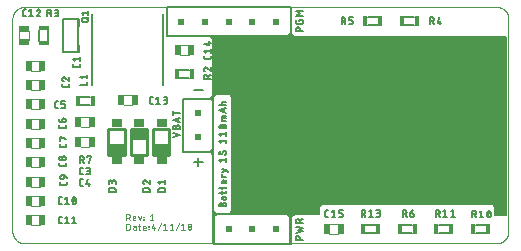
<source format=gto>
G75*
%MOIN*%
%OFA0B0*%
%FSLAX25Y25*%
%IPPOS*%
%LPD*%
%AMOC8*
5,1,8,0,0,1.08239X$1,22.5*
%
%ADD10C,0.00000*%
%ADD11C,0.00600*%
%ADD12C,0.00500*%
%ADD13C,0.00800*%
%ADD14C,0.00400*%
%ADD15R,0.01969X0.03740*%
%ADD16R,0.03740X0.01969*%
%ADD17C,0.01000*%
%ADD18R,0.03346X0.02953*%
%ADD19R,0.05315X0.03543*%
%ADD20R,0.01969X0.01969*%
%ADD21R,0.01600X0.03400*%
%ADD22R,0.03400X0.01600*%
D10*
X0025622Y0017748D02*
X0183102Y0017748D01*
X0183226Y0017750D01*
X0183349Y0017756D01*
X0183473Y0017765D01*
X0183595Y0017779D01*
X0183718Y0017796D01*
X0183840Y0017818D01*
X0183961Y0017843D01*
X0184081Y0017872D01*
X0184200Y0017904D01*
X0184319Y0017941D01*
X0184436Y0017981D01*
X0184551Y0018024D01*
X0184666Y0018072D01*
X0184778Y0018123D01*
X0184889Y0018177D01*
X0184999Y0018235D01*
X0185106Y0018296D01*
X0185212Y0018361D01*
X0185315Y0018429D01*
X0185416Y0018500D01*
X0185515Y0018574D01*
X0185612Y0018651D01*
X0185706Y0018732D01*
X0185797Y0018815D01*
X0185886Y0018901D01*
X0185972Y0018990D01*
X0186055Y0019081D01*
X0186136Y0019175D01*
X0186213Y0019272D01*
X0186287Y0019371D01*
X0186358Y0019472D01*
X0186426Y0019575D01*
X0186491Y0019681D01*
X0186552Y0019788D01*
X0186610Y0019898D01*
X0186664Y0020009D01*
X0186715Y0020121D01*
X0186763Y0020236D01*
X0186806Y0020351D01*
X0186846Y0020468D01*
X0186883Y0020587D01*
X0186915Y0020706D01*
X0186944Y0020826D01*
X0186969Y0020947D01*
X0186991Y0021069D01*
X0187008Y0021192D01*
X0187022Y0021314D01*
X0187031Y0021438D01*
X0187037Y0021561D01*
X0187039Y0021685D01*
X0187039Y0092551D01*
X0187037Y0092675D01*
X0187031Y0092798D01*
X0187022Y0092922D01*
X0187008Y0093044D01*
X0186991Y0093167D01*
X0186969Y0093289D01*
X0186944Y0093410D01*
X0186915Y0093530D01*
X0186883Y0093649D01*
X0186846Y0093768D01*
X0186806Y0093885D01*
X0186763Y0094000D01*
X0186715Y0094115D01*
X0186664Y0094227D01*
X0186610Y0094338D01*
X0186552Y0094448D01*
X0186491Y0094555D01*
X0186426Y0094661D01*
X0186358Y0094764D01*
X0186287Y0094865D01*
X0186213Y0094964D01*
X0186136Y0095061D01*
X0186055Y0095155D01*
X0185972Y0095246D01*
X0185886Y0095335D01*
X0185797Y0095421D01*
X0185706Y0095504D01*
X0185612Y0095585D01*
X0185515Y0095662D01*
X0185416Y0095736D01*
X0185315Y0095807D01*
X0185212Y0095875D01*
X0185106Y0095940D01*
X0184999Y0096001D01*
X0184889Y0096059D01*
X0184778Y0096113D01*
X0184666Y0096164D01*
X0184551Y0096212D01*
X0184436Y0096255D01*
X0184319Y0096295D01*
X0184200Y0096332D01*
X0184081Y0096364D01*
X0183961Y0096393D01*
X0183840Y0096418D01*
X0183718Y0096440D01*
X0183595Y0096457D01*
X0183473Y0096471D01*
X0183349Y0096480D01*
X0183226Y0096486D01*
X0183102Y0096488D01*
X0025622Y0096488D01*
X0025498Y0096486D01*
X0025375Y0096480D01*
X0025251Y0096471D01*
X0025129Y0096457D01*
X0025006Y0096440D01*
X0024884Y0096418D01*
X0024763Y0096393D01*
X0024643Y0096364D01*
X0024524Y0096332D01*
X0024405Y0096295D01*
X0024288Y0096255D01*
X0024173Y0096212D01*
X0024058Y0096164D01*
X0023946Y0096113D01*
X0023835Y0096059D01*
X0023725Y0096001D01*
X0023618Y0095940D01*
X0023512Y0095875D01*
X0023409Y0095807D01*
X0023308Y0095736D01*
X0023209Y0095662D01*
X0023112Y0095585D01*
X0023018Y0095504D01*
X0022927Y0095421D01*
X0022838Y0095335D01*
X0022752Y0095246D01*
X0022669Y0095155D01*
X0022588Y0095061D01*
X0022511Y0094964D01*
X0022437Y0094865D01*
X0022366Y0094764D01*
X0022298Y0094661D01*
X0022233Y0094555D01*
X0022172Y0094448D01*
X0022114Y0094338D01*
X0022060Y0094227D01*
X0022009Y0094115D01*
X0021961Y0094000D01*
X0021918Y0093885D01*
X0021878Y0093768D01*
X0021841Y0093649D01*
X0021809Y0093530D01*
X0021780Y0093410D01*
X0021755Y0093289D01*
X0021733Y0093167D01*
X0021716Y0093044D01*
X0021702Y0092922D01*
X0021693Y0092798D01*
X0021687Y0092675D01*
X0021685Y0092551D01*
X0021685Y0021685D01*
X0021687Y0021561D01*
X0021693Y0021438D01*
X0021702Y0021314D01*
X0021716Y0021192D01*
X0021733Y0021069D01*
X0021755Y0020947D01*
X0021780Y0020826D01*
X0021809Y0020706D01*
X0021841Y0020587D01*
X0021878Y0020468D01*
X0021918Y0020351D01*
X0021961Y0020236D01*
X0022009Y0020121D01*
X0022060Y0020009D01*
X0022114Y0019898D01*
X0022172Y0019788D01*
X0022233Y0019681D01*
X0022298Y0019575D01*
X0022366Y0019472D01*
X0022437Y0019371D01*
X0022511Y0019272D01*
X0022588Y0019175D01*
X0022669Y0019081D01*
X0022752Y0018990D01*
X0022838Y0018901D01*
X0022927Y0018815D01*
X0023018Y0018732D01*
X0023112Y0018651D01*
X0023209Y0018574D01*
X0023308Y0018500D01*
X0023409Y0018429D01*
X0023512Y0018361D01*
X0023618Y0018296D01*
X0023725Y0018235D01*
X0023835Y0018177D01*
X0023946Y0018123D01*
X0024058Y0018072D01*
X0024173Y0018024D01*
X0024288Y0017981D01*
X0024405Y0017941D01*
X0024524Y0017904D01*
X0024643Y0017872D01*
X0024763Y0017843D01*
X0024884Y0017818D01*
X0025006Y0017796D01*
X0025129Y0017779D01*
X0025251Y0017765D01*
X0025375Y0017756D01*
X0025498Y0017750D01*
X0025622Y0017748D01*
D11*
X0088614Y0018142D02*
X0088614Y0026409D01*
X0089795Y0027591D01*
X0094126Y0027591D01*
X0094913Y0028378D01*
X0094913Y0028117D02*
X0114598Y0028117D01*
X0114205Y0028117D02*
X0124047Y0028117D01*
X0124047Y0027591D02*
X0124047Y0030740D01*
X0114205Y0030740D01*
X0114205Y0027591D01*
X0124047Y0027591D01*
X0124047Y0028716D02*
X0114205Y0028716D01*
X0114598Y0028716D02*
X0094913Y0028716D01*
X0094913Y0029314D02*
X0114598Y0029314D01*
X0114205Y0029314D02*
X0124047Y0029314D01*
X0124047Y0029913D02*
X0114205Y0029913D01*
X0114598Y0029913D02*
X0094913Y0029913D01*
X0094913Y0030511D02*
X0114598Y0030511D01*
X0114598Y0030740D02*
X0185858Y0030740D01*
X0124835Y0030740D01*
X0124047Y0029953D01*
X0124047Y0030511D02*
X0114205Y0030511D01*
X0114598Y0030740D02*
X0114598Y0027591D01*
X0094913Y0027591D01*
X0094913Y0067354D01*
X0088614Y0067354D01*
X0088614Y0086646D01*
X0185858Y0086646D01*
X0185858Y0030740D01*
X0186055Y0030740D02*
X0186055Y0086646D01*
X0186252Y0086646D01*
X0186252Y0030740D01*
X0182709Y0030740D01*
X0182709Y0027197D01*
X0186252Y0027197D01*
X0186252Y0030740D01*
X0186252Y0030511D02*
X0182709Y0030511D01*
X0182709Y0029953D02*
X0181528Y0031134D01*
X0182709Y0029913D02*
X0186252Y0029913D01*
X0186252Y0029314D02*
X0182709Y0029314D01*
X0182709Y0028716D02*
X0186252Y0028716D01*
X0186252Y0028117D02*
X0182709Y0028117D01*
X0182709Y0027519D02*
X0186252Y0027519D01*
X0179488Y0023972D02*
X0176087Y0023972D01*
X0176087Y0021169D02*
X0179488Y0021169D01*
X0167234Y0021169D02*
X0163833Y0021169D01*
X0163833Y0023972D02*
X0167234Y0023972D01*
X0154980Y0023972D02*
X0151579Y0023972D01*
X0151579Y0021169D02*
X0154980Y0021169D01*
X0142726Y0021169D02*
X0139325Y0021169D01*
X0139325Y0023972D02*
X0142726Y0023972D01*
X0124835Y0030740D02*
X0114598Y0030740D01*
X0114598Y0027591D01*
X0094126Y0027591D01*
X0089795Y0027591D02*
X0089598Y0027591D01*
X0088614Y0028575D01*
X0088614Y0027591D01*
X0088614Y0026409D01*
X0088614Y0027591D02*
X0089598Y0027591D01*
X0088614Y0028575D02*
X0088614Y0047276D01*
X0087827Y0048063D01*
X0087827Y0048457D02*
X0088614Y0049244D01*
X0088614Y0047276D01*
X0088614Y0049244D02*
X0088614Y0064992D01*
X0087827Y0065780D01*
X0087827Y0066173D02*
X0089008Y0067354D01*
X0089402Y0067354D02*
X0088614Y0066567D01*
X0088614Y0064992D01*
X0088614Y0066567D02*
X0088614Y0085858D01*
X0087827Y0086646D01*
X0088614Y0086646D02*
X0088614Y0085858D01*
X0088614Y0085574D02*
X0185858Y0085574D01*
X0185858Y0084976D02*
X0088614Y0084976D01*
X0088614Y0084377D02*
X0185858Y0084377D01*
X0185858Y0083779D02*
X0088614Y0083779D01*
X0088614Y0083180D02*
X0185858Y0083180D01*
X0185858Y0082582D02*
X0088614Y0082582D01*
X0088614Y0081983D02*
X0185858Y0081983D01*
X0185858Y0081385D02*
X0088614Y0081385D01*
X0088614Y0080786D02*
X0185858Y0080786D01*
X0185858Y0080188D02*
X0088614Y0080188D01*
X0088614Y0079589D02*
X0185858Y0079589D01*
X0185858Y0078991D02*
X0088614Y0078991D01*
X0088614Y0078392D02*
X0185858Y0078392D01*
X0185858Y0077794D02*
X0088614Y0077794D01*
X0088614Y0077195D02*
X0185858Y0077195D01*
X0185858Y0076597D02*
X0088614Y0076597D01*
X0088614Y0075998D02*
X0185858Y0075998D01*
X0185858Y0075400D02*
X0088614Y0075400D01*
X0088614Y0074801D02*
X0185858Y0074801D01*
X0185858Y0074203D02*
X0088614Y0074203D01*
X0088614Y0073604D02*
X0185858Y0073604D01*
X0185858Y0073006D02*
X0088614Y0073006D01*
X0088614Y0072407D02*
X0185858Y0072407D01*
X0185858Y0071809D02*
X0088614Y0071809D01*
X0088614Y0071210D02*
X0185858Y0071210D01*
X0185858Y0070612D02*
X0088614Y0070612D01*
X0088614Y0070013D02*
X0185858Y0070013D01*
X0185858Y0069415D02*
X0088614Y0069415D01*
X0088614Y0068816D02*
X0185858Y0068816D01*
X0185858Y0068217D02*
X0088614Y0068217D01*
X0088614Y0067619D02*
X0185858Y0067619D01*
X0185858Y0067020D02*
X0094913Y0067020D01*
X0094913Y0066567D02*
X0094126Y0067354D01*
X0094913Y0066422D02*
X0185858Y0066422D01*
X0185858Y0065823D02*
X0094913Y0065823D01*
X0094913Y0065225D02*
X0185858Y0065225D01*
X0185858Y0064626D02*
X0094913Y0064626D01*
X0094913Y0064028D02*
X0185858Y0064028D01*
X0185858Y0063429D02*
X0094913Y0063429D01*
X0094913Y0062831D02*
X0185858Y0062831D01*
X0185858Y0062232D02*
X0094913Y0062232D01*
X0094913Y0061634D02*
X0185858Y0061634D01*
X0185858Y0061035D02*
X0094913Y0061035D01*
X0094913Y0060437D02*
X0185858Y0060437D01*
X0185858Y0059838D02*
X0094913Y0059838D01*
X0094913Y0059240D02*
X0185858Y0059240D01*
X0185858Y0058641D02*
X0094913Y0058641D01*
X0094913Y0058043D02*
X0185858Y0058043D01*
X0185858Y0057444D02*
X0094913Y0057444D01*
X0094913Y0056846D02*
X0185858Y0056846D01*
X0185858Y0056247D02*
X0094913Y0056247D01*
X0094913Y0055649D02*
X0185858Y0055649D01*
X0185858Y0055050D02*
X0094913Y0055050D01*
X0094913Y0054452D02*
X0185858Y0054452D01*
X0185858Y0053853D02*
X0094913Y0053853D01*
X0094913Y0053255D02*
X0185858Y0053255D01*
X0185858Y0052656D02*
X0094913Y0052656D01*
X0094913Y0052058D02*
X0185858Y0052058D01*
X0185858Y0051459D02*
X0094913Y0051459D01*
X0094913Y0050861D02*
X0185858Y0050861D01*
X0185858Y0050262D02*
X0094913Y0050262D01*
X0094913Y0049664D02*
X0185858Y0049664D01*
X0185858Y0049065D02*
X0094913Y0049065D01*
X0094913Y0048467D02*
X0185858Y0048467D01*
X0185858Y0047868D02*
X0094913Y0047868D01*
X0094913Y0047270D02*
X0185858Y0047270D01*
X0185858Y0046671D02*
X0094913Y0046671D01*
X0094913Y0046073D02*
X0185858Y0046073D01*
X0185858Y0045474D02*
X0094913Y0045474D01*
X0094913Y0044876D02*
X0185858Y0044876D01*
X0185858Y0044277D02*
X0094913Y0044277D01*
X0094913Y0043679D02*
X0185858Y0043679D01*
X0185858Y0043080D02*
X0094913Y0043080D01*
X0094913Y0042481D02*
X0185858Y0042481D01*
X0185858Y0041883D02*
X0094913Y0041883D01*
X0094913Y0041284D02*
X0185858Y0041284D01*
X0185858Y0040686D02*
X0094913Y0040686D01*
X0094913Y0040087D02*
X0185858Y0040087D01*
X0185858Y0039489D02*
X0094913Y0039489D01*
X0094913Y0038890D02*
X0185858Y0038890D01*
X0185858Y0038292D02*
X0094913Y0038292D01*
X0094913Y0037693D02*
X0185858Y0037693D01*
X0185858Y0037095D02*
X0094913Y0037095D01*
X0094913Y0036496D02*
X0185858Y0036496D01*
X0185858Y0035898D02*
X0094913Y0035898D01*
X0094913Y0035299D02*
X0185858Y0035299D01*
X0185858Y0034701D02*
X0094913Y0034701D01*
X0094913Y0034102D02*
X0185858Y0034102D01*
X0185858Y0033504D02*
X0094913Y0033504D01*
X0094913Y0032905D02*
X0185858Y0032905D01*
X0185858Y0032307D02*
X0094913Y0032307D01*
X0094913Y0031708D02*
X0185858Y0031708D01*
X0185858Y0031110D02*
X0094913Y0031110D01*
X0113417Y0027197D02*
X0114205Y0026409D01*
X0115386Y0027591D01*
X0115780Y0027591D02*
X0114598Y0026409D01*
X0114205Y0026409D02*
X0114205Y0017748D01*
X0047589Y0063787D02*
X0044187Y0063787D01*
X0044187Y0066591D02*
X0047589Y0066591D01*
X0043694Y0081354D02*
X0038494Y0081354D01*
X0038494Y0092554D01*
X0043694Y0092554D01*
X0043694Y0081354D01*
X0033497Y0085254D02*
X0033497Y0088655D01*
X0030694Y0088655D02*
X0030694Y0085254D01*
X0077307Y0075646D02*
X0080709Y0075646D01*
X0080709Y0072843D02*
X0077307Y0072843D01*
X0088614Y0086173D02*
X0185858Y0086173D01*
X0186055Y0086646D02*
X0115386Y0086646D01*
X0114598Y0087433D01*
X0114205Y0087433D01*
X0113417Y0086646D01*
X0088614Y0086646D01*
X0113417Y0086646D02*
X0115386Y0086646D01*
X0140063Y0090362D02*
X0143465Y0090362D01*
X0143465Y0093165D02*
X0140063Y0093165D01*
X0152268Y0093165D02*
X0155669Y0093165D01*
X0155669Y0090362D02*
X0152268Y0090362D01*
D12*
X0160955Y0090789D02*
X0160955Y0093045D01*
X0161581Y0093045D01*
X0161581Y0093046D02*
X0161630Y0093044D01*
X0161679Y0093038D01*
X0161727Y0093029D01*
X0161775Y0093015D01*
X0161821Y0092998D01*
X0161866Y0092978D01*
X0161909Y0092954D01*
X0161950Y0092926D01*
X0161988Y0092896D01*
X0162024Y0092862D01*
X0162058Y0092826D01*
X0162088Y0092788D01*
X0162116Y0092747D01*
X0162140Y0092704D01*
X0162160Y0092659D01*
X0162177Y0092613D01*
X0162191Y0092565D01*
X0162200Y0092517D01*
X0162206Y0092468D01*
X0162208Y0092419D01*
X0162206Y0092370D01*
X0162200Y0092321D01*
X0162191Y0092273D01*
X0162177Y0092225D01*
X0162160Y0092179D01*
X0162140Y0092134D01*
X0162116Y0092091D01*
X0162088Y0092050D01*
X0162058Y0092012D01*
X0162024Y0091976D01*
X0161988Y0091942D01*
X0161950Y0091912D01*
X0161909Y0091884D01*
X0161866Y0091860D01*
X0161821Y0091840D01*
X0161775Y0091823D01*
X0161727Y0091809D01*
X0161679Y0091800D01*
X0161630Y0091794D01*
X0161581Y0091792D01*
X0160955Y0091792D01*
X0161707Y0091792D02*
X0162208Y0090789D01*
X0163409Y0091291D02*
X0164662Y0091291D01*
X0164286Y0091792D02*
X0164286Y0090789D01*
X0163409Y0091291D02*
X0163910Y0093045D01*
X0135135Y0093045D02*
X0133881Y0093045D01*
X0133881Y0092043D01*
X0134633Y0092043D01*
X0134633Y0092042D02*
X0134677Y0092040D01*
X0134720Y0092034D01*
X0134763Y0092025D01*
X0134804Y0092012D01*
X0134845Y0091995D01*
X0134884Y0091975D01*
X0134920Y0091951D01*
X0134955Y0091925D01*
X0134987Y0091895D01*
X0135017Y0091863D01*
X0135043Y0091828D01*
X0135067Y0091792D01*
X0135087Y0091753D01*
X0135104Y0091712D01*
X0135117Y0091671D01*
X0135126Y0091628D01*
X0135132Y0091585D01*
X0135134Y0091541D01*
X0135135Y0091541D02*
X0135135Y0091291D01*
X0135134Y0091291D02*
X0135132Y0091247D01*
X0135126Y0091204D01*
X0135117Y0091161D01*
X0135104Y0091120D01*
X0135087Y0091079D01*
X0135067Y0091041D01*
X0135043Y0091004D01*
X0135017Y0090969D01*
X0134987Y0090937D01*
X0134955Y0090907D01*
X0134920Y0090881D01*
X0134884Y0090857D01*
X0134845Y0090837D01*
X0134804Y0090820D01*
X0134763Y0090807D01*
X0134720Y0090798D01*
X0134677Y0090792D01*
X0134633Y0090790D01*
X0134633Y0090789D02*
X0133881Y0090789D01*
X0132680Y0090789D02*
X0132179Y0091792D01*
X0132054Y0091792D02*
X0131427Y0091792D01*
X0132054Y0091792D02*
X0132103Y0091794D01*
X0132152Y0091800D01*
X0132200Y0091809D01*
X0132248Y0091823D01*
X0132294Y0091840D01*
X0132339Y0091860D01*
X0132382Y0091884D01*
X0132423Y0091912D01*
X0132461Y0091942D01*
X0132497Y0091976D01*
X0132531Y0092012D01*
X0132561Y0092050D01*
X0132589Y0092091D01*
X0132613Y0092134D01*
X0132633Y0092179D01*
X0132650Y0092225D01*
X0132664Y0092273D01*
X0132673Y0092321D01*
X0132679Y0092370D01*
X0132681Y0092419D01*
X0132679Y0092468D01*
X0132673Y0092517D01*
X0132664Y0092565D01*
X0132650Y0092613D01*
X0132633Y0092659D01*
X0132613Y0092704D01*
X0132589Y0092747D01*
X0132561Y0092788D01*
X0132531Y0092826D01*
X0132497Y0092862D01*
X0132461Y0092896D01*
X0132423Y0092926D01*
X0132382Y0092954D01*
X0132339Y0092978D01*
X0132294Y0092998D01*
X0132248Y0093015D01*
X0132200Y0093029D01*
X0132152Y0093038D01*
X0132103Y0093044D01*
X0132054Y0093046D01*
X0132054Y0093045D02*
X0131427Y0093045D01*
X0131427Y0090789D01*
X0118600Y0091431D02*
X0118600Y0092183D01*
X0117347Y0092183D01*
X0117347Y0091807D01*
X0116846Y0090930D02*
X0116802Y0090932D01*
X0116759Y0090938D01*
X0116716Y0090947D01*
X0116675Y0090960D01*
X0116634Y0090977D01*
X0116596Y0090997D01*
X0116559Y0091021D01*
X0116524Y0091047D01*
X0116492Y0091077D01*
X0116462Y0091109D01*
X0116436Y0091144D01*
X0116412Y0091180D01*
X0116392Y0091219D01*
X0116375Y0091260D01*
X0116362Y0091301D01*
X0116353Y0091344D01*
X0116347Y0091387D01*
X0116345Y0091431D01*
X0116344Y0091431D02*
X0116344Y0092183D01*
X0116846Y0090930D02*
X0118099Y0090930D01*
X0118143Y0090932D01*
X0118186Y0090938D01*
X0118229Y0090947D01*
X0118270Y0090960D01*
X0118311Y0090977D01*
X0118350Y0090997D01*
X0118386Y0091021D01*
X0118421Y0091047D01*
X0118453Y0091077D01*
X0118483Y0091109D01*
X0118509Y0091144D01*
X0118533Y0091181D01*
X0118553Y0091219D01*
X0118570Y0091260D01*
X0118583Y0091301D01*
X0118592Y0091344D01*
X0118598Y0091387D01*
X0118600Y0091431D01*
X0118600Y0093616D02*
X0116344Y0093616D01*
X0117598Y0094368D01*
X0116344Y0095120D01*
X0118600Y0095120D01*
X0117598Y0089136D02*
X0117598Y0088510D01*
X0117598Y0089136D02*
X0117596Y0089185D01*
X0117590Y0089234D01*
X0117581Y0089282D01*
X0117567Y0089330D01*
X0117550Y0089376D01*
X0117530Y0089421D01*
X0117506Y0089464D01*
X0117478Y0089505D01*
X0117448Y0089543D01*
X0117414Y0089579D01*
X0117378Y0089613D01*
X0117340Y0089643D01*
X0117299Y0089671D01*
X0117256Y0089695D01*
X0117211Y0089715D01*
X0117165Y0089732D01*
X0117117Y0089746D01*
X0117069Y0089755D01*
X0117020Y0089761D01*
X0116971Y0089763D01*
X0116922Y0089761D01*
X0116873Y0089755D01*
X0116825Y0089746D01*
X0116777Y0089732D01*
X0116731Y0089715D01*
X0116686Y0089695D01*
X0116643Y0089671D01*
X0116602Y0089643D01*
X0116564Y0089613D01*
X0116528Y0089579D01*
X0116494Y0089543D01*
X0116464Y0089505D01*
X0116436Y0089464D01*
X0116412Y0089421D01*
X0116392Y0089376D01*
X0116375Y0089330D01*
X0116361Y0089282D01*
X0116352Y0089234D01*
X0116346Y0089185D01*
X0116344Y0089136D01*
X0116344Y0088510D01*
X0118600Y0088510D01*
X0087821Y0084638D02*
X0086818Y0084638D01*
X0087320Y0085014D02*
X0087320Y0083761D01*
X0085565Y0084262D01*
X0085565Y0081907D02*
X0087821Y0081907D01*
X0087821Y0082533D02*
X0087821Y0081280D01*
X0087821Y0080204D02*
X0087821Y0079703D01*
X0087819Y0079659D01*
X0087813Y0079616D01*
X0087804Y0079573D01*
X0087791Y0079532D01*
X0087774Y0079491D01*
X0087754Y0079453D01*
X0087730Y0079416D01*
X0087704Y0079381D01*
X0087674Y0079349D01*
X0087642Y0079319D01*
X0087607Y0079293D01*
X0087571Y0079269D01*
X0087532Y0079249D01*
X0087491Y0079232D01*
X0087450Y0079219D01*
X0087407Y0079210D01*
X0087364Y0079204D01*
X0087320Y0079202D01*
X0087320Y0079201D02*
X0086066Y0079201D01*
X0086066Y0079202D02*
X0086022Y0079204D01*
X0085979Y0079210D01*
X0085936Y0079219D01*
X0085895Y0079232D01*
X0085854Y0079249D01*
X0085816Y0079269D01*
X0085779Y0079293D01*
X0085744Y0079319D01*
X0085712Y0079349D01*
X0085682Y0079381D01*
X0085656Y0079416D01*
X0085632Y0079452D01*
X0085612Y0079491D01*
X0085595Y0079532D01*
X0085582Y0079573D01*
X0085573Y0079616D01*
X0085567Y0079659D01*
X0085565Y0079703D01*
X0085565Y0080204D01*
X0086066Y0081280D02*
X0085565Y0081907D01*
X0086477Y0076164D02*
X0087730Y0075099D01*
X0087730Y0076352D01*
X0085976Y0075098D02*
X0085928Y0075116D01*
X0085882Y0075136D01*
X0085837Y0075160D01*
X0085794Y0075187D01*
X0085753Y0075216D01*
X0085714Y0075249D01*
X0085678Y0075284D01*
X0085644Y0075322D01*
X0085613Y0075362D01*
X0085584Y0075404D01*
X0085559Y0075447D01*
X0085537Y0075493D01*
X0085518Y0075540D01*
X0085502Y0075588D01*
X0085490Y0075637D01*
X0085481Y0075687D01*
X0085476Y0075737D01*
X0085474Y0075788D01*
X0085476Y0075835D01*
X0085482Y0075881D01*
X0085491Y0075926D01*
X0085505Y0075971D01*
X0085522Y0076015D01*
X0085542Y0076056D01*
X0085566Y0076096D01*
X0085593Y0076134D01*
X0085623Y0076170D01*
X0085656Y0076203D01*
X0085692Y0076233D01*
X0085730Y0076260D01*
X0085770Y0076284D01*
X0085811Y0076304D01*
X0085855Y0076321D01*
X0085900Y0076335D01*
X0085945Y0076344D01*
X0085991Y0076350D01*
X0086038Y0076352D01*
X0086038Y0076353D02*
X0086083Y0076351D01*
X0086127Y0076346D01*
X0086171Y0076338D01*
X0086214Y0076327D01*
X0086256Y0076312D01*
X0086297Y0076295D01*
X0086337Y0076274D01*
X0086375Y0076251D01*
X0086411Y0076225D01*
X0086445Y0076196D01*
X0086477Y0076165D01*
X0087730Y0073898D02*
X0086728Y0073397D01*
X0086728Y0073272D02*
X0086728Y0072645D01*
X0086728Y0073272D02*
X0086726Y0073321D01*
X0086720Y0073370D01*
X0086711Y0073418D01*
X0086697Y0073466D01*
X0086680Y0073512D01*
X0086660Y0073557D01*
X0086636Y0073600D01*
X0086608Y0073641D01*
X0086578Y0073679D01*
X0086544Y0073715D01*
X0086508Y0073749D01*
X0086470Y0073779D01*
X0086429Y0073807D01*
X0086386Y0073831D01*
X0086341Y0073851D01*
X0086295Y0073868D01*
X0086247Y0073882D01*
X0086199Y0073891D01*
X0086150Y0073897D01*
X0086101Y0073899D01*
X0086052Y0073897D01*
X0086003Y0073891D01*
X0085955Y0073882D01*
X0085907Y0073868D01*
X0085861Y0073851D01*
X0085816Y0073831D01*
X0085773Y0073807D01*
X0085732Y0073779D01*
X0085694Y0073749D01*
X0085658Y0073715D01*
X0085624Y0073679D01*
X0085594Y0073641D01*
X0085566Y0073600D01*
X0085542Y0073557D01*
X0085522Y0073512D01*
X0085505Y0073466D01*
X0085491Y0073418D01*
X0085482Y0073370D01*
X0085476Y0073321D01*
X0085474Y0073272D01*
X0085474Y0072645D01*
X0087730Y0072645D01*
X0091764Y0064971D02*
X0092892Y0064971D01*
X0092892Y0063969D02*
X0090636Y0063969D01*
X0091388Y0063969D02*
X0091388Y0064595D01*
X0091390Y0064632D01*
X0091395Y0064668D01*
X0091404Y0064704D01*
X0091417Y0064739D01*
X0091432Y0064772D01*
X0091451Y0064804D01*
X0091473Y0064834D01*
X0091498Y0064861D01*
X0091525Y0064886D01*
X0091555Y0064908D01*
X0091587Y0064927D01*
X0091620Y0064942D01*
X0091655Y0064955D01*
X0091691Y0064964D01*
X0091727Y0064969D01*
X0091764Y0064971D01*
X0092328Y0062636D02*
X0092328Y0061508D01*
X0092892Y0061320D02*
X0090636Y0062072D01*
X0092892Y0062824D01*
X0092892Y0060096D02*
X0091764Y0060096D01*
X0091727Y0060094D01*
X0091691Y0060089D01*
X0091655Y0060080D01*
X0091620Y0060067D01*
X0091587Y0060052D01*
X0091555Y0060033D01*
X0091525Y0060011D01*
X0091498Y0059986D01*
X0091473Y0059959D01*
X0091451Y0059929D01*
X0091432Y0059897D01*
X0091417Y0059864D01*
X0091404Y0059829D01*
X0091395Y0059793D01*
X0091390Y0059757D01*
X0091388Y0059720D01*
X0091388Y0058592D01*
X0092892Y0058592D01*
X0092892Y0059344D02*
X0091388Y0059344D01*
X0091764Y0055989D02*
X0091848Y0055991D01*
X0091932Y0055997D01*
X0092016Y0056006D01*
X0092099Y0056020D01*
X0092182Y0056037D01*
X0092264Y0056057D01*
X0092344Y0056082D01*
X0092424Y0056110D01*
X0092502Y0056142D01*
X0092579Y0056177D01*
X0092390Y0056114D02*
X0091137Y0057117D01*
X0090950Y0057055D02*
X0090911Y0057040D01*
X0090875Y0057022D01*
X0090840Y0057000D01*
X0090807Y0056975D01*
X0090776Y0056948D01*
X0090748Y0056918D01*
X0090722Y0056886D01*
X0090700Y0056851D01*
X0090681Y0056815D01*
X0090665Y0056777D01*
X0090652Y0056738D01*
X0090643Y0056698D01*
X0090638Y0056657D01*
X0090636Y0056616D01*
X0090638Y0056575D01*
X0090643Y0056534D01*
X0090652Y0056494D01*
X0090665Y0056455D01*
X0090681Y0056417D01*
X0090700Y0056381D01*
X0090722Y0056346D01*
X0090748Y0056314D01*
X0090776Y0056284D01*
X0090807Y0056257D01*
X0090840Y0056232D01*
X0090875Y0056210D01*
X0090911Y0056192D01*
X0090950Y0056177D01*
X0090949Y0057054D02*
X0091026Y0057089D01*
X0091104Y0057121D01*
X0091184Y0057149D01*
X0091264Y0057174D01*
X0091346Y0057194D01*
X0091429Y0057211D01*
X0091512Y0057225D01*
X0091596Y0057234D01*
X0091680Y0057240D01*
X0091764Y0057242D01*
X0091764Y0055989D02*
X0091680Y0055991D01*
X0091596Y0055997D01*
X0091512Y0056006D01*
X0091429Y0056020D01*
X0091346Y0056037D01*
X0091264Y0056057D01*
X0091184Y0056082D01*
X0091104Y0056110D01*
X0091026Y0056142D01*
X0090949Y0056177D01*
X0091764Y0057242D02*
X0091848Y0057240D01*
X0091932Y0057234D01*
X0092016Y0057225D01*
X0092099Y0057211D01*
X0092182Y0057194D01*
X0092264Y0057174D01*
X0092344Y0057149D01*
X0092424Y0057121D01*
X0092502Y0057089D01*
X0092579Y0057054D01*
X0092578Y0057055D02*
X0092617Y0057040D01*
X0092654Y0057022D01*
X0092689Y0057000D01*
X0092721Y0056975D01*
X0092752Y0056948D01*
X0092780Y0056918D01*
X0092806Y0056886D01*
X0092828Y0056851D01*
X0092847Y0056815D01*
X0092863Y0056777D01*
X0092876Y0056738D01*
X0092885Y0056698D01*
X0092890Y0056657D01*
X0092892Y0056616D01*
X0092890Y0056575D01*
X0092885Y0056534D01*
X0092876Y0056494D01*
X0092863Y0056455D01*
X0092847Y0056417D01*
X0092828Y0056381D01*
X0092806Y0056346D01*
X0092780Y0056314D01*
X0092752Y0056284D01*
X0092721Y0056257D01*
X0092689Y0056232D01*
X0092654Y0056210D01*
X0092617Y0056192D01*
X0092578Y0056177D01*
X0092892Y0054762D02*
X0092892Y0053509D01*
X0092892Y0054135D02*
X0090636Y0054135D01*
X0091137Y0053509D01*
X0092892Y0052282D02*
X0092892Y0051028D01*
X0092892Y0051655D02*
X0090636Y0051655D01*
X0091137Y0051028D01*
X0091952Y0048311D02*
X0091576Y0047621D01*
X0090636Y0047872D02*
X0090638Y0047932D01*
X0090644Y0047993D01*
X0090653Y0048052D01*
X0090667Y0048111D01*
X0090684Y0048169D01*
X0090705Y0048226D01*
X0090730Y0048281D01*
X0090758Y0048335D01*
X0090789Y0048386D01*
X0090824Y0048436D01*
X0091576Y0047622D02*
X0091552Y0047585D01*
X0091524Y0047550D01*
X0091495Y0047518D01*
X0091462Y0047488D01*
X0091427Y0047462D01*
X0091390Y0047438D01*
X0091350Y0047418D01*
X0091310Y0047401D01*
X0091268Y0047388D01*
X0091225Y0047379D01*
X0091181Y0047373D01*
X0091137Y0047371D01*
X0091093Y0047373D01*
X0091050Y0047379D01*
X0091007Y0047388D01*
X0090966Y0047401D01*
X0090925Y0047418D01*
X0090887Y0047438D01*
X0090850Y0047462D01*
X0090815Y0047488D01*
X0090783Y0047518D01*
X0090753Y0047550D01*
X0090727Y0047585D01*
X0090703Y0047622D01*
X0090683Y0047660D01*
X0090666Y0047701D01*
X0090653Y0047742D01*
X0090644Y0047785D01*
X0090638Y0047828D01*
X0090636Y0047872D01*
X0092579Y0047308D02*
X0092623Y0047355D01*
X0092664Y0047404D01*
X0092703Y0047456D01*
X0092738Y0047510D01*
X0092769Y0047565D01*
X0092798Y0047623D01*
X0092822Y0047683D01*
X0092844Y0047743D01*
X0092861Y0047805D01*
X0092874Y0047868D01*
X0092884Y0047932D01*
X0092890Y0047996D01*
X0092892Y0048060D01*
X0092891Y0048060D02*
X0092889Y0048104D01*
X0092883Y0048147D01*
X0092874Y0048190D01*
X0092861Y0048231D01*
X0092844Y0048272D01*
X0092824Y0048311D01*
X0092800Y0048347D01*
X0092774Y0048382D01*
X0092744Y0048414D01*
X0092712Y0048444D01*
X0092677Y0048470D01*
X0092641Y0048494D01*
X0092602Y0048514D01*
X0092561Y0048531D01*
X0092520Y0048544D01*
X0092477Y0048553D01*
X0092434Y0048559D01*
X0092390Y0048561D01*
X0092346Y0048559D01*
X0092302Y0048553D01*
X0092259Y0048544D01*
X0092217Y0048531D01*
X0092177Y0048514D01*
X0092137Y0048494D01*
X0092100Y0048470D01*
X0092065Y0048444D01*
X0092033Y0048414D01*
X0092003Y0048382D01*
X0091975Y0048347D01*
X0091951Y0048310D01*
X0092892Y0046164D02*
X0092892Y0044910D01*
X0092892Y0045537D02*
X0090636Y0045537D01*
X0091137Y0044910D01*
X0091388Y0042483D02*
X0093644Y0041731D01*
X0093644Y0041481D01*
X0092892Y0041982D02*
X0091388Y0041481D01*
X0091388Y0040685D02*
X0091638Y0040685D01*
X0091388Y0040685D02*
X0091388Y0039933D01*
X0092892Y0039933D01*
X0092892Y0038680D02*
X0092892Y0038053D01*
X0092890Y0038016D01*
X0092885Y0037980D01*
X0092876Y0037944D01*
X0092863Y0037909D01*
X0092848Y0037876D01*
X0092829Y0037844D01*
X0092807Y0037814D01*
X0092782Y0037787D01*
X0092755Y0037762D01*
X0092725Y0037740D01*
X0092693Y0037721D01*
X0092660Y0037706D01*
X0092625Y0037693D01*
X0092589Y0037684D01*
X0092553Y0037679D01*
X0092516Y0037677D01*
X0091889Y0037677D01*
X0092140Y0037677D02*
X0092140Y0038680D01*
X0091889Y0038680D01*
X0091845Y0038678D01*
X0091802Y0038672D01*
X0091759Y0038663D01*
X0091718Y0038650D01*
X0091677Y0038633D01*
X0091639Y0038613D01*
X0091602Y0038589D01*
X0091567Y0038563D01*
X0091535Y0038533D01*
X0091505Y0038501D01*
X0091479Y0038466D01*
X0091455Y0038430D01*
X0091435Y0038391D01*
X0091418Y0038350D01*
X0091405Y0038309D01*
X0091396Y0038266D01*
X0091390Y0038223D01*
X0091388Y0038179D01*
X0091390Y0038135D01*
X0091396Y0038092D01*
X0091405Y0038049D01*
X0091418Y0038008D01*
X0091435Y0037967D01*
X0091455Y0037929D01*
X0091479Y0037892D01*
X0091505Y0037857D01*
X0091535Y0037825D01*
X0091567Y0037795D01*
X0091602Y0037769D01*
X0091639Y0037745D01*
X0091677Y0037725D01*
X0091718Y0037708D01*
X0091759Y0037695D01*
X0091802Y0037686D01*
X0091845Y0037680D01*
X0091889Y0037678D01*
X0091388Y0036620D02*
X0091388Y0035868D01*
X0090636Y0036119D02*
X0092516Y0036119D01*
X0092553Y0036121D01*
X0092589Y0036126D01*
X0092625Y0036135D01*
X0092660Y0036148D01*
X0092693Y0036163D01*
X0092725Y0036182D01*
X0092755Y0036204D01*
X0092782Y0036229D01*
X0092807Y0036256D01*
X0092829Y0036286D01*
X0092848Y0036318D01*
X0092863Y0036351D01*
X0092876Y0036386D01*
X0092885Y0036422D01*
X0092890Y0036458D01*
X0092892Y0036495D01*
X0092892Y0036620D01*
X0092892Y0035050D02*
X0092892Y0034924D01*
X0092890Y0034887D01*
X0092885Y0034851D01*
X0092876Y0034815D01*
X0092863Y0034780D01*
X0092848Y0034747D01*
X0092829Y0034715D01*
X0092807Y0034685D01*
X0092782Y0034658D01*
X0092755Y0034633D01*
X0092725Y0034611D01*
X0092693Y0034592D01*
X0092660Y0034577D01*
X0092625Y0034564D01*
X0092589Y0034555D01*
X0092553Y0034550D01*
X0092516Y0034548D01*
X0090636Y0034548D01*
X0091388Y0034298D02*
X0091388Y0035050D01*
X0091764Y0033285D02*
X0092892Y0033285D01*
X0092892Y0032721D01*
X0092890Y0032680D01*
X0092885Y0032640D01*
X0092875Y0032601D01*
X0092862Y0032562D01*
X0092846Y0032525D01*
X0092826Y0032490D01*
X0092803Y0032456D01*
X0092777Y0032425D01*
X0092749Y0032397D01*
X0092718Y0032371D01*
X0092684Y0032348D01*
X0092649Y0032328D01*
X0092612Y0032312D01*
X0092573Y0032299D01*
X0092534Y0032289D01*
X0092494Y0032284D01*
X0092453Y0032282D01*
X0092412Y0032284D01*
X0092372Y0032289D01*
X0092333Y0032299D01*
X0092294Y0032312D01*
X0092257Y0032328D01*
X0092222Y0032348D01*
X0092188Y0032371D01*
X0092157Y0032397D01*
X0092129Y0032425D01*
X0092103Y0032456D01*
X0092080Y0032490D01*
X0092060Y0032525D01*
X0092044Y0032562D01*
X0092031Y0032601D01*
X0092021Y0032640D01*
X0092016Y0032680D01*
X0092014Y0032721D01*
X0092014Y0033285D01*
X0091764Y0033285D02*
X0091727Y0033283D01*
X0091691Y0033278D01*
X0091655Y0033269D01*
X0091620Y0033256D01*
X0091587Y0033241D01*
X0091555Y0033222D01*
X0091525Y0033200D01*
X0091498Y0033175D01*
X0091473Y0033148D01*
X0091451Y0033118D01*
X0091432Y0033086D01*
X0091417Y0033053D01*
X0091404Y0033018D01*
X0091395Y0032982D01*
X0091390Y0032946D01*
X0091388Y0032909D01*
X0091388Y0032408D01*
X0091638Y0030633D02*
X0091638Y0030006D01*
X0091638Y0030633D02*
X0091636Y0030677D01*
X0091630Y0030720D01*
X0091621Y0030763D01*
X0091608Y0030804D01*
X0091591Y0030845D01*
X0091571Y0030884D01*
X0091547Y0030920D01*
X0091521Y0030955D01*
X0091491Y0030987D01*
X0091459Y0031017D01*
X0091424Y0031043D01*
X0091388Y0031067D01*
X0091349Y0031087D01*
X0091308Y0031104D01*
X0091267Y0031117D01*
X0091224Y0031126D01*
X0091181Y0031132D01*
X0091137Y0031134D01*
X0091093Y0031132D01*
X0091050Y0031126D01*
X0091007Y0031117D01*
X0090966Y0031104D01*
X0090925Y0031087D01*
X0090887Y0031067D01*
X0090850Y0031043D01*
X0090815Y0031017D01*
X0090783Y0030987D01*
X0090753Y0030955D01*
X0090727Y0030920D01*
X0090703Y0030884D01*
X0090683Y0030845D01*
X0090666Y0030804D01*
X0090653Y0030763D01*
X0090644Y0030720D01*
X0090638Y0030677D01*
X0090636Y0030633D01*
X0090636Y0030006D01*
X0092892Y0030006D01*
X0092892Y0030633D01*
X0092890Y0030682D01*
X0092884Y0030731D01*
X0092875Y0030779D01*
X0092861Y0030827D01*
X0092844Y0030873D01*
X0092824Y0030918D01*
X0092800Y0030961D01*
X0092772Y0031002D01*
X0092742Y0031040D01*
X0092708Y0031076D01*
X0092672Y0031110D01*
X0092634Y0031140D01*
X0092593Y0031168D01*
X0092550Y0031192D01*
X0092505Y0031212D01*
X0092459Y0031229D01*
X0092411Y0031243D01*
X0092363Y0031252D01*
X0092314Y0031258D01*
X0092265Y0031260D01*
X0092216Y0031258D01*
X0092167Y0031252D01*
X0092119Y0031243D01*
X0092071Y0031229D01*
X0092025Y0031212D01*
X0091980Y0031192D01*
X0091937Y0031168D01*
X0091896Y0031140D01*
X0091858Y0031110D01*
X0091822Y0031076D01*
X0091788Y0031040D01*
X0091758Y0031002D01*
X0091730Y0030961D01*
X0091706Y0030918D01*
X0091686Y0030873D01*
X0091669Y0030827D01*
X0091655Y0030779D01*
X0091646Y0030731D01*
X0091640Y0030682D01*
X0091638Y0030633D01*
X0072616Y0034927D02*
X0072616Y0035554D01*
X0072617Y0035554D02*
X0072615Y0035603D01*
X0072609Y0035652D01*
X0072600Y0035700D01*
X0072586Y0035748D01*
X0072569Y0035794D01*
X0072549Y0035839D01*
X0072525Y0035882D01*
X0072497Y0035923D01*
X0072467Y0035961D01*
X0072433Y0035997D01*
X0072397Y0036031D01*
X0072359Y0036061D01*
X0072318Y0036089D01*
X0072275Y0036113D01*
X0072230Y0036133D01*
X0072184Y0036150D01*
X0072136Y0036164D01*
X0072088Y0036173D01*
X0072039Y0036179D01*
X0071990Y0036181D01*
X0071990Y0036180D02*
X0070987Y0036180D01*
X0070987Y0036181D02*
X0070938Y0036179D01*
X0070889Y0036173D01*
X0070841Y0036164D01*
X0070793Y0036150D01*
X0070747Y0036133D01*
X0070702Y0036113D01*
X0070659Y0036089D01*
X0070618Y0036061D01*
X0070580Y0036031D01*
X0070544Y0035997D01*
X0070510Y0035961D01*
X0070480Y0035923D01*
X0070452Y0035882D01*
X0070428Y0035839D01*
X0070408Y0035794D01*
X0070391Y0035748D01*
X0070377Y0035700D01*
X0070368Y0035652D01*
X0070362Y0035603D01*
X0070360Y0035554D01*
X0070360Y0034927D01*
X0072616Y0034927D01*
X0072616Y0037490D02*
X0072616Y0038743D01*
X0072616Y0038117D02*
X0070360Y0038117D01*
X0070862Y0037490D01*
X0067459Y0037490D02*
X0067459Y0038743D01*
X0067459Y0037490D02*
X0066205Y0038555D01*
X0065202Y0038179D02*
X0065204Y0038128D01*
X0065209Y0038078D01*
X0065218Y0038028D01*
X0065230Y0037979D01*
X0065246Y0037931D01*
X0065265Y0037884D01*
X0065287Y0037838D01*
X0065312Y0037795D01*
X0065341Y0037753D01*
X0065372Y0037713D01*
X0065406Y0037675D01*
X0065442Y0037640D01*
X0065481Y0037607D01*
X0065522Y0037578D01*
X0065565Y0037551D01*
X0065610Y0037527D01*
X0065656Y0037507D01*
X0065704Y0037489D01*
X0066206Y0038556D02*
X0066174Y0038587D01*
X0066140Y0038616D01*
X0066104Y0038642D01*
X0066066Y0038665D01*
X0066026Y0038686D01*
X0065985Y0038703D01*
X0065943Y0038718D01*
X0065900Y0038729D01*
X0065856Y0038737D01*
X0065812Y0038742D01*
X0065767Y0038744D01*
X0065767Y0038743D02*
X0065720Y0038741D01*
X0065674Y0038735D01*
X0065629Y0038726D01*
X0065584Y0038712D01*
X0065540Y0038695D01*
X0065499Y0038675D01*
X0065459Y0038651D01*
X0065421Y0038624D01*
X0065385Y0038594D01*
X0065352Y0038561D01*
X0065322Y0038525D01*
X0065295Y0038487D01*
X0065271Y0038447D01*
X0065251Y0038406D01*
X0065234Y0038362D01*
X0065220Y0038317D01*
X0065211Y0038272D01*
X0065205Y0038226D01*
X0065203Y0038179D01*
X0065829Y0036180D02*
X0066832Y0036180D01*
X0066832Y0036181D02*
X0066881Y0036179D01*
X0066930Y0036173D01*
X0066978Y0036164D01*
X0067026Y0036150D01*
X0067072Y0036133D01*
X0067117Y0036113D01*
X0067160Y0036089D01*
X0067201Y0036061D01*
X0067239Y0036031D01*
X0067275Y0035997D01*
X0067309Y0035961D01*
X0067339Y0035923D01*
X0067367Y0035882D01*
X0067391Y0035839D01*
X0067411Y0035794D01*
X0067428Y0035748D01*
X0067442Y0035700D01*
X0067451Y0035652D01*
X0067457Y0035603D01*
X0067459Y0035554D01*
X0067459Y0034927D01*
X0065203Y0034927D01*
X0065203Y0035554D01*
X0065202Y0035554D02*
X0065204Y0035603D01*
X0065210Y0035652D01*
X0065219Y0035700D01*
X0065233Y0035748D01*
X0065250Y0035794D01*
X0065270Y0035839D01*
X0065294Y0035882D01*
X0065322Y0035923D01*
X0065352Y0035961D01*
X0065386Y0035997D01*
X0065422Y0036031D01*
X0065460Y0036061D01*
X0065501Y0036089D01*
X0065544Y0036113D01*
X0065589Y0036133D01*
X0065635Y0036150D01*
X0065683Y0036164D01*
X0065731Y0036173D01*
X0065780Y0036179D01*
X0065829Y0036181D01*
X0056081Y0035554D02*
X0056081Y0034927D01*
X0053825Y0034927D01*
X0053825Y0035554D01*
X0053824Y0035554D02*
X0053826Y0035603D01*
X0053832Y0035652D01*
X0053841Y0035700D01*
X0053855Y0035748D01*
X0053872Y0035794D01*
X0053892Y0035839D01*
X0053916Y0035882D01*
X0053944Y0035923D01*
X0053974Y0035961D01*
X0054008Y0035997D01*
X0054044Y0036031D01*
X0054082Y0036061D01*
X0054123Y0036089D01*
X0054166Y0036113D01*
X0054211Y0036133D01*
X0054257Y0036150D01*
X0054305Y0036164D01*
X0054353Y0036173D01*
X0054402Y0036179D01*
X0054451Y0036181D01*
X0054451Y0036180D02*
X0055454Y0036180D01*
X0055454Y0036181D02*
X0055503Y0036179D01*
X0055552Y0036173D01*
X0055600Y0036164D01*
X0055648Y0036150D01*
X0055694Y0036133D01*
X0055739Y0036113D01*
X0055782Y0036089D01*
X0055823Y0036061D01*
X0055861Y0036031D01*
X0055897Y0035997D01*
X0055931Y0035961D01*
X0055961Y0035923D01*
X0055989Y0035882D01*
X0056013Y0035839D01*
X0056033Y0035794D01*
X0056050Y0035748D01*
X0056064Y0035700D01*
X0056073Y0035652D01*
X0056079Y0035603D01*
X0056081Y0035554D01*
X0056081Y0037490D02*
X0056081Y0038117D01*
X0056079Y0038166D01*
X0056073Y0038215D01*
X0056064Y0038263D01*
X0056050Y0038311D01*
X0056033Y0038357D01*
X0056013Y0038402D01*
X0055989Y0038445D01*
X0055961Y0038486D01*
X0055931Y0038524D01*
X0055897Y0038560D01*
X0055861Y0038594D01*
X0055823Y0038624D01*
X0055782Y0038652D01*
X0055739Y0038676D01*
X0055694Y0038696D01*
X0055648Y0038713D01*
X0055600Y0038727D01*
X0055552Y0038736D01*
X0055503Y0038742D01*
X0055454Y0038744D01*
X0055405Y0038742D01*
X0055356Y0038736D01*
X0055308Y0038727D01*
X0055260Y0038713D01*
X0055214Y0038696D01*
X0055169Y0038676D01*
X0055126Y0038652D01*
X0055085Y0038624D01*
X0055047Y0038594D01*
X0055011Y0038560D01*
X0054977Y0038524D01*
X0054947Y0038486D01*
X0054919Y0038445D01*
X0054895Y0038402D01*
X0054875Y0038357D01*
X0054858Y0038311D01*
X0054844Y0038263D01*
X0054835Y0038215D01*
X0054829Y0038166D01*
X0054827Y0038117D01*
X0054827Y0038242D02*
X0054827Y0037741D01*
X0054827Y0038242D02*
X0054825Y0038286D01*
X0054819Y0038329D01*
X0054810Y0038372D01*
X0054797Y0038413D01*
X0054780Y0038454D01*
X0054760Y0038493D01*
X0054736Y0038529D01*
X0054710Y0038564D01*
X0054680Y0038596D01*
X0054648Y0038626D01*
X0054613Y0038652D01*
X0054577Y0038676D01*
X0054538Y0038696D01*
X0054497Y0038713D01*
X0054456Y0038726D01*
X0054413Y0038735D01*
X0054370Y0038741D01*
X0054326Y0038743D01*
X0054282Y0038741D01*
X0054239Y0038735D01*
X0054196Y0038726D01*
X0054155Y0038713D01*
X0054114Y0038696D01*
X0054076Y0038676D01*
X0054039Y0038652D01*
X0054004Y0038626D01*
X0053972Y0038596D01*
X0053942Y0038564D01*
X0053916Y0038529D01*
X0053892Y0038493D01*
X0053872Y0038454D01*
X0053855Y0038413D01*
X0053842Y0038372D01*
X0053833Y0038329D01*
X0053827Y0038286D01*
X0053825Y0038242D01*
X0053825Y0037490D01*
X0047584Y0037444D02*
X0046331Y0037444D01*
X0046832Y0039199D01*
X0047208Y0037946D02*
X0047208Y0036943D01*
X0045255Y0036943D02*
X0044753Y0036943D01*
X0044709Y0036945D01*
X0044666Y0036951D01*
X0044623Y0036960D01*
X0044582Y0036973D01*
X0044541Y0036990D01*
X0044503Y0037010D01*
X0044466Y0037034D01*
X0044431Y0037060D01*
X0044399Y0037090D01*
X0044369Y0037122D01*
X0044343Y0037157D01*
X0044319Y0037194D01*
X0044299Y0037232D01*
X0044282Y0037273D01*
X0044269Y0037314D01*
X0044260Y0037357D01*
X0044254Y0037400D01*
X0044252Y0037444D01*
X0044252Y0038698D01*
X0044254Y0038742D01*
X0044260Y0038785D01*
X0044269Y0038828D01*
X0044282Y0038869D01*
X0044299Y0038910D01*
X0044319Y0038948D01*
X0044343Y0038985D01*
X0044369Y0039020D01*
X0044399Y0039052D01*
X0044431Y0039082D01*
X0044466Y0039108D01*
X0044502Y0039132D01*
X0044541Y0039152D01*
X0044582Y0039169D01*
X0044623Y0039182D01*
X0044666Y0039191D01*
X0044709Y0039197D01*
X0044753Y0039199D01*
X0045255Y0039199D01*
X0045255Y0040683D02*
X0044753Y0040683D01*
X0044709Y0040685D01*
X0044666Y0040691D01*
X0044623Y0040700D01*
X0044582Y0040713D01*
X0044541Y0040730D01*
X0044503Y0040750D01*
X0044466Y0040774D01*
X0044431Y0040800D01*
X0044399Y0040830D01*
X0044369Y0040862D01*
X0044343Y0040897D01*
X0044319Y0040934D01*
X0044299Y0040972D01*
X0044282Y0041013D01*
X0044269Y0041054D01*
X0044260Y0041097D01*
X0044254Y0041140D01*
X0044252Y0041184D01*
X0044252Y0042438D01*
X0044254Y0042482D01*
X0044260Y0042525D01*
X0044269Y0042568D01*
X0044282Y0042609D01*
X0044299Y0042650D01*
X0044319Y0042688D01*
X0044343Y0042725D01*
X0044369Y0042760D01*
X0044399Y0042792D01*
X0044431Y0042822D01*
X0044466Y0042848D01*
X0044502Y0042872D01*
X0044541Y0042892D01*
X0044582Y0042909D01*
X0044623Y0042922D01*
X0044666Y0042931D01*
X0044709Y0042937D01*
X0044753Y0042939D01*
X0045255Y0042939D01*
X0046331Y0042939D02*
X0047083Y0042939D01*
X0047127Y0042937D01*
X0047170Y0042931D01*
X0047213Y0042922D01*
X0047254Y0042909D01*
X0047295Y0042892D01*
X0047334Y0042872D01*
X0047370Y0042848D01*
X0047405Y0042822D01*
X0047437Y0042792D01*
X0047467Y0042760D01*
X0047493Y0042725D01*
X0047517Y0042689D01*
X0047537Y0042650D01*
X0047554Y0042609D01*
X0047567Y0042568D01*
X0047576Y0042525D01*
X0047582Y0042482D01*
X0047584Y0042438D01*
X0047582Y0042394D01*
X0047576Y0042351D01*
X0047567Y0042308D01*
X0047554Y0042267D01*
X0047537Y0042226D01*
X0047517Y0042188D01*
X0047493Y0042151D01*
X0047467Y0042116D01*
X0047437Y0042084D01*
X0047405Y0042054D01*
X0047370Y0042028D01*
X0047334Y0042004D01*
X0047295Y0041984D01*
X0047254Y0041967D01*
X0047213Y0041954D01*
X0047170Y0041945D01*
X0047127Y0041939D01*
X0047083Y0041937D01*
X0047083Y0041936D02*
X0046581Y0041936D01*
X0046957Y0041937D02*
X0047006Y0041935D01*
X0047055Y0041929D01*
X0047103Y0041920D01*
X0047151Y0041906D01*
X0047197Y0041889D01*
X0047242Y0041869D01*
X0047285Y0041845D01*
X0047326Y0041817D01*
X0047364Y0041787D01*
X0047400Y0041753D01*
X0047434Y0041717D01*
X0047464Y0041679D01*
X0047492Y0041638D01*
X0047516Y0041595D01*
X0047536Y0041550D01*
X0047553Y0041504D01*
X0047567Y0041456D01*
X0047576Y0041408D01*
X0047582Y0041359D01*
X0047584Y0041310D01*
X0047582Y0041261D01*
X0047576Y0041212D01*
X0047567Y0041164D01*
X0047553Y0041116D01*
X0047536Y0041070D01*
X0047516Y0041025D01*
X0047492Y0040982D01*
X0047464Y0040941D01*
X0047434Y0040903D01*
X0047400Y0040867D01*
X0047364Y0040833D01*
X0047326Y0040803D01*
X0047285Y0040775D01*
X0047242Y0040751D01*
X0047197Y0040731D01*
X0047151Y0040714D01*
X0047103Y0040700D01*
X0047055Y0040691D01*
X0047006Y0040685D01*
X0046957Y0040683D01*
X0046331Y0040683D01*
X0039793Y0038119D02*
X0039793Y0037617D01*
X0039791Y0037573D01*
X0039785Y0037530D01*
X0039776Y0037487D01*
X0039763Y0037446D01*
X0039746Y0037405D01*
X0039726Y0037367D01*
X0039702Y0037330D01*
X0039676Y0037295D01*
X0039646Y0037263D01*
X0039614Y0037233D01*
X0039579Y0037207D01*
X0039543Y0037183D01*
X0039504Y0037163D01*
X0039463Y0037146D01*
X0039422Y0037133D01*
X0039379Y0037124D01*
X0039336Y0037118D01*
X0039292Y0037116D01*
X0038039Y0037116D01*
X0037995Y0037118D01*
X0037952Y0037124D01*
X0037909Y0037133D01*
X0037868Y0037146D01*
X0037827Y0037163D01*
X0037789Y0037183D01*
X0037752Y0037207D01*
X0037717Y0037233D01*
X0037685Y0037263D01*
X0037655Y0037295D01*
X0037629Y0037330D01*
X0037605Y0037366D01*
X0037585Y0037405D01*
X0037568Y0037446D01*
X0037555Y0037487D01*
X0037546Y0037530D01*
X0037540Y0037573D01*
X0037538Y0037617D01*
X0037537Y0037617D02*
X0037537Y0038119D01*
X0038164Y0039195D02*
X0038289Y0039195D01*
X0038333Y0039197D01*
X0038376Y0039203D01*
X0038419Y0039212D01*
X0038460Y0039225D01*
X0038501Y0039242D01*
X0038540Y0039262D01*
X0038576Y0039286D01*
X0038611Y0039312D01*
X0038643Y0039342D01*
X0038673Y0039374D01*
X0038699Y0039409D01*
X0038723Y0039446D01*
X0038743Y0039484D01*
X0038760Y0039525D01*
X0038773Y0039566D01*
X0038782Y0039609D01*
X0038788Y0039652D01*
X0038790Y0039696D01*
X0038791Y0039696D02*
X0038791Y0040448D01*
X0038164Y0040448D01*
X0038115Y0040446D01*
X0038066Y0040440D01*
X0038018Y0040431D01*
X0037970Y0040417D01*
X0037924Y0040400D01*
X0037879Y0040380D01*
X0037836Y0040356D01*
X0037795Y0040328D01*
X0037757Y0040298D01*
X0037721Y0040264D01*
X0037687Y0040228D01*
X0037657Y0040190D01*
X0037629Y0040149D01*
X0037605Y0040106D01*
X0037585Y0040061D01*
X0037568Y0040015D01*
X0037554Y0039967D01*
X0037545Y0039919D01*
X0037539Y0039870D01*
X0037537Y0039821D01*
X0037539Y0039772D01*
X0037545Y0039723D01*
X0037554Y0039675D01*
X0037568Y0039627D01*
X0037585Y0039581D01*
X0037605Y0039536D01*
X0037629Y0039493D01*
X0037657Y0039452D01*
X0037687Y0039414D01*
X0037721Y0039378D01*
X0037757Y0039344D01*
X0037795Y0039314D01*
X0037836Y0039286D01*
X0037879Y0039262D01*
X0037924Y0039242D01*
X0037970Y0039225D01*
X0038018Y0039211D01*
X0038066Y0039202D01*
X0038115Y0039196D01*
X0038164Y0039194D01*
X0038791Y0040448D02*
X0038852Y0040446D01*
X0038912Y0040441D01*
X0038972Y0040432D01*
X0039031Y0040419D01*
X0039089Y0040403D01*
X0039147Y0040383D01*
X0039203Y0040360D01*
X0039257Y0040333D01*
X0039310Y0040303D01*
X0039361Y0040270D01*
X0039410Y0040235D01*
X0039456Y0040196D01*
X0039500Y0040154D01*
X0039542Y0040110D01*
X0039581Y0040064D01*
X0039616Y0040015D01*
X0039649Y0039964D01*
X0039679Y0039911D01*
X0039706Y0039857D01*
X0039729Y0039801D01*
X0039749Y0039743D01*
X0039765Y0039685D01*
X0039778Y0039626D01*
X0039787Y0039566D01*
X0039792Y0039506D01*
X0039794Y0039445D01*
X0039046Y0043415D02*
X0037793Y0043415D01*
X0037793Y0043416D02*
X0037749Y0043418D01*
X0037706Y0043424D01*
X0037663Y0043433D01*
X0037622Y0043446D01*
X0037581Y0043463D01*
X0037543Y0043483D01*
X0037506Y0043507D01*
X0037471Y0043533D01*
X0037439Y0043563D01*
X0037409Y0043595D01*
X0037383Y0043630D01*
X0037359Y0043666D01*
X0037339Y0043705D01*
X0037322Y0043746D01*
X0037309Y0043787D01*
X0037300Y0043830D01*
X0037294Y0043873D01*
X0037292Y0043917D01*
X0037291Y0043917D02*
X0037291Y0044418D01*
X0037793Y0045620D02*
X0037837Y0045622D01*
X0037880Y0045628D01*
X0037923Y0045637D01*
X0037964Y0045650D01*
X0038005Y0045667D01*
X0038044Y0045687D01*
X0038080Y0045711D01*
X0038115Y0045737D01*
X0038147Y0045767D01*
X0038177Y0045799D01*
X0038203Y0045834D01*
X0038227Y0045871D01*
X0038247Y0045909D01*
X0038264Y0045950D01*
X0038277Y0045991D01*
X0038286Y0046034D01*
X0038292Y0046077D01*
X0038294Y0046121D01*
X0038292Y0046165D01*
X0038286Y0046208D01*
X0038277Y0046251D01*
X0038264Y0046292D01*
X0038247Y0046333D01*
X0038227Y0046372D01*
X0038203Y0046408D01*
X0038177Y0046443D01*
X0038147Y0046475D01*
X0038115Y0046505D01*
X0038080Y0046531D01*
X0038044Y0046555D01*
X0038005Y0046575D01*
X0037964Y0046592D01*
X0037923Y0046605D01*
X0037880Y0046614D01*
X0037837Y0046620D01*
X0037793Y0046622D01*
X0037749Y0046620D01*
X0037706Y0046614D01*
X0037663Y0046605D01*
X0037622Y0046592D01*
X0037581Y0046575D01*
X0037543Y0046555D01*
X0037506Y0046531D01*
X0037471Y0046505D01*
X0037439Y0046475D01*
X0037409Y0046443D01*
X0037383Y0046408D01*
X0037359Y0046372D01*
X0037339Y0046333D01*
X0037322Y0046292D01*
X0037309Y0046251D01*
X0037300Y0046208D01*
X0037294Y0046165D01*
X0037292Y0046121D01*
X0037294Y0046077D01*
X0037300Y0046034D01*
X0037309Y0045991D01*
X0037322Y0045950D01*
X0037339Y0045909D01*
X0037359Y0045871D01*
X0037383Y0045834D01*
X0037409Y0045799D01*
X0037439Y0045767D01*
X0037471Y0045737D01*
X0037506Y0045711D01*
X0037543Y0045687D01*
X0037581Y0045667D01*
X0037622Y0045650D01*
X0037663Y0045637D01*
X0037706Y0045628D01*
X0037749Y0045622D01*
X0037793Y0045620D01*
X0038921Y0045494D02*
X0038970Y0045496D01*
X0039019Y0045502D01*
X0039067Y0045511D01*
X0039115Y0045525D01*
X0039161Y0045542D01*
X0039206Y0045562D01*
X0039249Y0045586D01*
X0039290Y0045614D01*
X0039328Y0045644D01*
X0039364Y0045678D01*
X0039398Y0045714D01*
X0039428Y0045752D01*
X0039456Y0045793D01*
X0039480Y0045836D01*
X0039500Y0045881D01*
X0039517Y0045927D01*
X0039531Y0045975D01*
X0039540Y0046023D01*
X0039546Y0046072D01*
X0039548Y0046121D01*
X0039546Y0046170D01*
X0039540Y0046219D01*
X0039531Y0046267D01*
X0039517Y0046315D01*
X0039500Y0046361D01*
X0039480Y0046406D01*
X0039456Y0046449D01*
X0039428Y0046490D01*
X0039398Y0046528D01*
X0039364Y0046564D01*
X0039328Y0046598D01*
X0039290Y0046628D01*
X0039249Y0046656D01*
X0039206Y0046680D01*
X0039161Y0046700D01*
X0039115Y0046717D01*
X0039067Y0046731D01*
X0039019Y0046740D01*
X0038970Y0046746D01*
X0038921Y0046748D01*
X0038872Y0046746D01*
X0038823Y0046740D01*
X0038775Y0046731D01*
X0038727Y0046717D01*
X0038681Y0046700D01*
X0038636Y0046680D01*
X0038593Y0046656D01*
X0038552Y0046628D01*
X0038514Y0046598D01*
X0038478Y0046564D01*
X0038444Y0046528D01*
X0038414Y0046490D01*
X0038386Y0046449D01*
X0038362Y0046406D01*
X0038342Y0046361D01*
X0038325Y0046315D01*
X0038311Y0046267D01*
X0038302Y0046219D01*
X0038296Y0046170D01*
X0038294Y0046121D01*
X0038296Y0046072D01*
X0038302Y0046023D01*
X0038311Y0045975D01*
X0038325Y0045927D01*
X0038342Y0045881D01*
X0038362Y0045836D01*
X0038386Y0045793D01*
X0038414Y0045752D01*
X0038444Y0045714D01*
X0038478Y0045678D01*
X0038514Y0045644D01*
X0038552Y0045614D01*
X0038593Y0045586D01*
X0038636Y0045562D01*
X0038681Y0045542D01*
X0038727Y0045525D01*
X0038775Y0045511D01*
X0038823Y0045502D01*
X0038872Y0045496D01*
X0038921Y0045494D01*
X0039547Y0044418D02*
X0039547Y0043917D01*
X0039545Y0043873D01*
X0039539Y0043830D01*
X0039530Y0043787D01*
X0039517Y0043746D01*
X0039500Y0043705D01*
X0039480Y0043667D01*
X0039456Y0043630D01*
X0039430Y0043595D01*
X0039400Y0043563D01*
X0039368Y0043533D01*
X0039333Y0043507D01*
X0039297Y0043483D01*
X0039258Y0043463D01*
X0039217Y0043446D01*
X0039176Y0043433D01*
X0039133Y0043424D01*
X0039090Y0043418D01*
X0039046Y0043416D01*
X0044213Y0044530D02*
X0044213Y0046785D01*
X0044839Y0046785D01*
X0044839Y0046786D02*
X0044888Y0046784D01*
X0044937Y0046778D01*
X0044985Y0046769D01*
X0045033Y0046755D01*
X0045079Y0046738D01*
X0045124Y0046718D01*
X0045167Y0046694D01*
X0045208Y0046666D01*
X0045246Y0046636D01*
X0045282Y0046602D01*
X0045316Y0046566D01*
X0045346Y0046528D01*
X0045374Y0046487D01*
X0045398Y0046444D01*
X0045418Y0046399D01*
X0045435Y0046353D01*
X0045449Y0046305D01*
X0045458Y0046257D01*
X0045464Y0046208D01*
X0045466Y0046159D01*
X0045464Y0046110D01*
X0045458Y0046061D01*
X0045449Y0046013D01*
X0045435Y0045965D01*
X0045418Y0045919D01*
X0045398Y0045874D01*
X0045374Y0045831D01*
X0045346Y0045790D01*
X0045316Y0045752D01*
X0045282Y0045716D01*
X0045246Y0045682D01*
X0045208Y0045652D01*
X0045167Y0045624D01*
X0045124Y0045600D01*
X0045079Y0045580D01*
X0045033Y0045563D01*
X0044985Y0045549D01*
X0044937Y0045540D01*
X0044888Y0045534D01*
X0044839Y0045532D01*
X0044213Y0045532D01*
X0044965Y0045532D02*
X0045466Y0044530D01*
X0047293Y0044530D02*
X0047920Y0046785D01*
X0046667Y0046785D01*
X0046667Y0046535D01*
X0039695Y0050216D02*
X0039695Y0050717D01*
X0039695Y0050216D02*
X0039693Y0050172D01*
X0039687Y0050129D01*
X0039678Y0050086D01*
X0039665Y0050045D01*
X0039648Y0050004D01*
X0039628Y0049966D01*
X0039604Y0049929D01*
X0039578Y0049894D01*
X0039548Y0049862D01*
X0039516Y0049832D01*
X0039481Y0049806D01*
X0039445Y0049782D01*
X0039406Y0049762D01*
X0039365Y0049745D01*
X0039324Y0049732D01*
X0039281Y0049723D01*
X0039238Y0049717D01*
X0039194Y0049715D01*
X0037940Y0049715D01*
X0037896Y0049717D01*
X0037853Y0049723D01*
X0037810Y0049732D01*
X0037769Y0049745D01*
X0037728Y0049762D01*
X0037690Y0049782D01*
X0037653Y0049806D01*
X0037618Y0049832D01*
X0037586Y0049862D01*
X0037556Y0049894D01*
X0037530Y0049929D01*
X0037506Y0049965D01*
X0037486Y0050004D01*
X0037469Y0050045D01*
X0037456Y0050086D01*
X0037447Y0050129D01*
X0037441Y0050172D01*
X0037439Y0050216D01*
X0037439Y0050717D01*
X0037439Y0051793D02*
X0037439Y0053047D01*
X0039695Y0052420D01*
X0037690Y0051793D02*
X0037439Y0051793D01*
X0037694Y0056014D02*
X0038948Y0056014D01*
X0038992Y0056016D01*
X0039035Y0056022D01*
X0039078Y0056031D01*
X0039119Y0056044D01*
X0039160Y0056061D01*
X0039199Y0056081D01*
X0039235Y0056105D01*
X0039270Y0056131D01*
X0039302Y0056161D01*
X0039332Y0056193D01*
X0039358Y0056228D01*
X0039382Y0056265D01*
X0039402Y0056303D01*
X0039419Y0056344D01*
X0039432Y0056385D01*
X0039441Y0056428D01*
X0039447Y0056471D01*
X0039449Y0056515D01*
X0039449Y0057016D01*
X0038822Y0058092D02*
X0038196Y0058092D01*
X0038196Y0058844D01*
X0038196Y0058092D02*
X0038133Y0058094D01*
X0038070Y0058100D01*
X0038008Y0058110D01*
X0037947Y0058124D01*
X0037886Y0058141D01*
X0037827Y0058162D01*
X0037769Y0058187D01*
X0037713Y0058216D01*
X0037659Y0058248D01*
X0037606Y0058284D01*
X0037557Y0058322D01*
X0037509Y0058364D01*
X0037465Y0058408D01*
X0037423Y0058456D01*
X0037385Y0058505D01*
X0037349Y0058558D01*
X0037317Y0058612D01*
X0037288Y0058668D01*
X0037263Y0058726D01*
X0037242Y0058785D01*
X0037225Y0058846D01*
X0037211Y0058907D01*
X0037201Y0058969D01*
X0037195Y0059032D01*
X0037193Y0059095D01*
X0038196Y0058844D02*
X0038198Y0058888D01*
X0038204Y0058931D01*
X0038213Y0058974D01*
X0038226Y0059015D01*
X0038243Y0059056D01*
X0038263Y0059095D01*
X0038287Y0059131D01*
X0038313Y0059166D01*
X0038343Y0059198D01*
X0038375Y0059228D01*
X0038410Y0059254D01*
X0038447Y0059278D01*
X0038485Y0059298D01*
X0038526Y0059315D01*
X0038567Y0059328D01*
X0038610Y0059337D01*
X0038653Y0059343D01*
X0038697Y0059345D01*
X0038697Y0059346D02*
X0038822Y0059346D01*
X0038871Y0059344D01*
X0038920Y0059338D01*
X0038968Y0059329D01*
X0039016Y0059315D01*
X0039062Y0059298D01*
X0039107Y0059278D01*
X0039150Y0059254D01*
X0039191Y0059226D01*
X0039229Y0059196D01*
X0039265Y0059162D01*
X0039299Y0059126D01*
X0039329Y0059088D01*
X0039357Y0059047D01*
X0039381Y0059004D01*
X0039401Y0058959D01*
X0039418Y0058913D01*
X0039432Y0058865D01*
X0039441Y0058817D01*
X0039447Y0058768D01*
X0039449Y0058719D01*
X0039447Y0058670D01*
X0039441Y0058621D01*
X0039432Y0058573D01*
X0039418Y0058525D01*
X0039401Y0058479D01*
X0039381Y0058434D01*
X0039357Y0058391D01*
X0039329Y0058350D01*
X0039299Y0058312D01*
X0039265Y0058276D01*
X0039229Y0058242D01*
X0039191Y0058212D01*
X0039150Y0058184D01*
X0039107Y0058160D01*
X0039062Y0058140D01*
X0039016Y0058123D01*
X0038968Y0058109D01*
X0038920Y0058100D01*
X0038871Y0058094D01*
X0038822Y0058092D01*
X0037193Y0056515D02*
X0037195Y0056471D01*
X0037201Y0056428D01*
X0037210Y0056385D01*
X0037223Y0056344D01*
X0037240Y0056303D01*
X0037260Y0056264D01*
X0037284Y0056228D01*
X0037310Y0056193D01*
X0037340Y0056161D01*
X0037372Y0056131D01*
X0037407Y0056105D01*
X0037444Y0056081D01*
X0037482Y0056061D01*
X0037523Y0056044D01*
X0037564Y0056031D01*
X0037607Y0056022D01*
X0037650Y0056016D01*
X0037694Y0056014D01*
X0037193Y0056515D02*
X0037193Y0057016D01*
X0036938Y0062829D02*
X0036436Y0062829D01*
X0036392Y0062831D01*
X0036349Y0062837D01*
X0036306Y0062846D01*
X0036265Y0062859D01*
X0036224Y0062876D01*
X0036186Y0062896D01*
X0036149Y0062920D01*
X0036114Y0062946D01*
X0036082Y0062976D01*
X0036052Y0063008D01*
X0036026Y0063043D01*
X0036002Y0063080D01*
X0035982Y0063118D01*
X0035965Y0063159D01*
X0035952Y0063200D01*
X0035943Y0063243D01*
X0035937Y0063286D01*
X0035935Y0063330D01*
X0035935Y0064583D01*
X0035937Y0064627D01*
X0035943Y0064670D01*
X0035952Y0064713D01*
X0035965Y0064754D01*
X0035982Y0064795D01*
X0036002Y0064833D01*
X0036026Y0064870D01*
X0036052Y0064905D01*
X0036082Y0064937D01*
X0036114Y0064967D01*
X0036149Y0064993D01*
X0036185Y0065017D01*
X0036224Y0065037D01*
X0036265Y0065054D01*
X0036306Y0065067D01*
X0036349Y0065076D01*
X0036392Y0065082D01*
X0036436Y0065084D01*
X0036436Y0065085D02*
X0036938Y0065085D01*
X0038014Y0065085D02*
X0039267Y0065085D01*
X0038766Y0064082D02*
X0038014Y0064082D01*
X0038014Y0065085D01*
X0038766Y0064082D02*
X0038810Y0064080D01*
X0038853Y0064074D01*
X0038896Y0064065D01*
X0038937Y0064052D01*
X0038978Y0064035D01*
X0039017Y0064015D01*
X0039053Y0063991D01*
X0039088Y0063965D01*
X0039120Y0063935D01*
X0039150Y0063903D01*
X0039176Y0063868D01*
X0039200Y0063832D01*
X0039220Y0063793D01*
X0039237Y0063752D01*
X0039250Y0063711D01*
X0039259Y0063668D01*
X0039265Y0063625D01*
X0039267Y0063581D01*
X0039267Y0063330D01*
X0039265Y0063286D01*
X0039259Y0063243D01*
X0039250Y0063200D01*
X0039237Y0063159D01*
X0039220Y0063118D01*
X0039200Y0063080D01*
X0039176Y0063043D01*
X0039150Y0063008D01*
X0039120Y0062976D01*
X0039088Y0062946D01*
X0039053Y0062920D01*
X0039017Y0062896D01*
X0038978Y0062876D01*
X0038937Y0062859D01*
X0038896Y0062846D01*
X0038853Y0062837D01*
X0038810Y0062831D01*
X0038766Y0062829D01*
X0038014Y0062829D01*
X0038777Y0069793D02*
X0040030Y0069793D01*
X0040030Y0069794D02*
X0040074Y0069796D01*
X0040117Y0069802D01*
X0040160Y0069811D01*
X0040201Y0069824D01*
X0040242Y0069841D01*
X0040281Y0069861D01*
X0040317Y0069885D01*
X0040352Y0069911D01*
X0040384Y0069941D01*
X0040414Y0069973D01*
X0040440Y0070008D01*
X0040464Y0070045D01*
X0040484Y0070083D01*
X0040501Y0070124D01*
X0040514Y0070165D01*
X0040523Y0070208D01*
X0040529Y0070251D01*
X0040531Y0070295D01*
X0040531Y0070796D01*
X0040531Y0071872D02*
X0040531Y0073125D01*
X0040531Y0071872D02*
X0039278Y0072937D01*
X0038275Y0072561D02*
X0038277Y0072510D01*
X0038282Y0072460D01*
X0038291Y0072410D01*
X0038303Y0072361D01*
X0038319Y0072313D01*
X0038338Y0072266D01*
X0038360Y0072220D01*
X0038385Y0072177D01*
X0038414Y0072135D01*
X0038445Y0072095D01*
X0038479Y0072057D01*
X0038515Y0072022D01*
X0038554Y0071989D01*
X0038595Y0071960D01*
X0038638Y0071933D01*
X0038683Y0071909D01*
X0038729Y0071889D01*
X0038777Y0071871D01*
X0039279Y0072938D02*
X0039247Y0072969D01*
X0039213Y0072998D01*
X0039177Y0073024D01*
X0039139Y0073047D01*
X0039099Y0073068D01*
X0039058Y0073085D01*
X0039016Y0073100D01*
X0038973Y0073111D01*
X0038929Y0073119D01*
X0038885Y0073124D01*
X0038840Y0073126D01*
X0038840Y0073125D02*
X0038793Y0073123D01*
X0038747Y0073117D01*
X0038702Y0073108D01*
X0038657Y0073094D01*
X0038613Y0073077D01*
X0038572Y0073057D01*
X0038532Y0073033D01*
X0038494Y0073006D01*
X0038458Y0072976D01*
X0038425Y0072943D01*
X0038395Y0072907D01*
X0038368Y0072869D01*
X0038344Y0072829D01*
X0038324Y0072788D01*
X0038307Y0072744D01*
X0038293Y0072699D01*
X0038284Y0072654D01*
X0038278Y0072608D01*
X0038276Y0072561D01*
X0038276Y0070796D02*
X0038276Y0070295D01*
X0038278Y0070251D01*
X0038284Y0070208D01*
X0038293Y0070165D01*
X0038306Y0070124D01*
X0038323Y0070083D01*
X0038343Y0070044D01*
X0038367Y0070008D01*
X0038393Y0069973D01*
X0038423Y0069941D01*
X0038455Y0069911D01*
X0038490Y0069885D01*
X0038527Y0069861D01*
X0038565Y0069841D01*
X0038606Y0069824D01*
X0038647Y0069811D01*
X0038690Y0069802D01*
X0038733Y0069796D01*
X0038777Y0069794D01*
X0044230Y0070635D02*
X0046486Y0070635D01*
X0046486Y0071637D01*
X0046486Y0072694D02*
X0046486Y0073947D01*
X0046486Y0073320D02*
X0044230Y0073320D01*
X0044732Y0072694D01*
X0048102Y0070465D02*
X0048102Y0094087D01*
X0046994Y0093931D02*
X0046994Y0095184D01*
X0046994Y0094558D02*
X0044738Y0094558D01*
X0045240Y0093931D01*
X0045365Y0092858D02*
X0046367Y0092858D01*
X0046493Y0092607D02*
X0046994Y0093109D01*
X0046367Y0092858D02*
X0046416Y0092856D01*
X0046465Y0092850D01*
X0046513Y0092841D01*
X0046561Y0092827D01*
X0046607Y0092810D01*
X0046652Y0092790D01*
X0046695Y0092766D01*
X0046736Y0092738D01*
X0046774Y0092708D01*
X0046810Y0092674D01*
X0046844Y0092638D01*
X0046874Y0092600D01*
X0046902Y0092559D01*
X0046926Y0092516D01*
X0046946Y0092471D01*
X0046963Y0092425D01*
X0046977Y0092377D01*
X0046986Y0092329D01*
X0046992Y0092280D01*
X0046994Y0092231D01*
X0046992Y0092182D01*
X0046986Y0092133D01*
X0046977Y0092085D01*
X0046963Y0092037D01*
X0046946Y0091991D01*
X0046926Y0091946D01*
X0046902Y0091903D01*
X0046874Y0091862D01*
X0046844Y0091824D01*
X0046810Y0091788D01*
X0046774Y0091754D01*
X0046736Y0091724D01*
X0046695Y0091696D01*
X0046652Y0091672D01*
X0046607Y0091652D01*
X0046561Y0091635D01*
X0046513Y0091621D01*
X0046465Y0091612D01*
X0046416Y0091606D01*
X0046367Y0091604D01*
X0046367Y0091605D02*
X0045365Y0091605D01*
X0045365Y0091604D02*
X0045316Y0091606D01*
X0045267Y0091612D01*
X0045219Y0091621D01*
X0045171Y0091635D01*
X0045125Y0091652D01*
X0045080Y0091672D01*
X0045037Y0091696D01*
X0044996Y0091724D01*
X0044958Y0091754D01*
X0044922Y0091788D01*
X0044888Y0091824D01*
X0044858Y0091862D01*
X0044830Y0091903D01*
X0044806Y0091946D01*
X0044786Y0091991D01*
X0044769Y0092037D01*
X0044755Y0092085D01*
X0044746Y0092133D01*
X0044740Y0092182D01*
X0044738Y0092231D01*
X0044740Y0092280D01*
X0044746Y0092329D01*
X0044755Y0092377D01*
X0044769Y0092425D01*
X0044786Y0092471D01*
X0044806Y0092516D01*
X0044830Y0092559D01*
X0044858Y0092600D01*
X0044888Y0092638D01*
X0044922Y0092674D01*
X0044958Y0092708D01*
X0044996Y0092738D01*
X0045037Y0092766D01*
X0045080Y0092790D01*
X0045125Y0092810D01*
X0045171Y0092827D01*
X0045219Y0092841D01*
X0045267Y0092850D01*
X0045316Y0092856D01*
X0045365Y0092858D01*
X0036391Y0093371D02*
X0035765Y0093371D01*
X0036391Y0093371D02*
X0036440Y0093373D01*
X0036489Y0093379D01*
X0036537Y0093388D01*
X0036585Y0093402D01*
X0036631Y0093419D01*
X0036676Y0093439D01*
X0036719Y0093463D01*
X0036760Y0093491D01*
X0036798Y0093521D01*
X0036834Y0093555D01*
X0036868Y0093591D01*
X0036898Y0093629D01*
X0036926Y0093670D01*
X0036950Y0093713D01*
X0036970Y0093758D01*
X0036987Y0093804D01*
X0037001Y0093852D01*
X0037010Y0093900D01*
X0037016Y0093949D01*
X0037018Y0093998D01*
X0037016Y0094047D01*
X0037010Y0094096D01*
X0037001Y0094144D01*
X0036987Y0094192D01*
X0036970Y0094238D01*
X0036950Y0094283D01*
X0036926Y0094326D01*
X0036898Y0094367D01*
X0036868Y0094405D01*
X0036834Y0094441D01*
X0036798Y0094475D01*
X0036760Y0094505D01*
X0036719Y0094533D01*
X0036676Y0094557D01*
X0036631Y0094577D01*
X0036585Y0094594D01*
X0036537Y0094608D01*
X0036489Y0094617D01*
X0036440Y0094623D01*
X0036391Y0094625D01*
X0036517Y0094625D02*
X0036015Y0094625D01*
X0036517Y0094625D02*
X0036561Y0094627D01*
X0036604Y0094633D01*
X0036647Y0094642D01*
X0036688Y0094655D01*
X0036729Y0094672D01*
X0036768Y0094692D01*
X0036804Y0094716D01*
X0036839Y0094742D01*
X0036871Y0094772D01*
X0036901Y0094804D01*
X0036927Y0094839D01*
X0036951Y0094876D01*
X0036971Y0094914D01*
X0036988Y0094955D01*
X0037001Y0094996D01*
X0037010Y0095039D01*
X0037016Y0095082D01*
X0037018Y0095126D01*
X0037016Y0095170D01*
X0037010Y0095213D01*
X0037001Y0095256D01*
X0036988Y0095297D01*
X0036971Y0095338D01*
X0036951Y0095377D01*
X0036927Y0095413D01*
X0036901Y0095448D01*
X0036871Y0095480D01*
X0036839Y0095510D01*
X0036804Y0095536D01*
X0036768Y0095560D01*
X0036729Y0095580D01*
X0036688Y0095597D01*
X0036647Y0095610D01*
X0036604Y0095619D01*
X0036561Y0095625D01*
X0036517Y0095627D01*
X0035765Y0095627D01*
X0033937Y0095627D02*
X0033311Y0095627D01*
X0033311Y0093371D01*
X0033311Y0094374D02*
X0033937Y0094374D01*
X0034063Y0094374D02*
X0034564Y0093371D01*
X0033937Y0094374D02*
X0033986Y0094376D01*
X0034035Y0094382D01*
X0034083Y0094391D01*
X0034131Y0094405D01*
X0034177Y0094422D01*
X0034222Y0094442D01*
X0034265Y0094466D01*
X0034306Y0094494D01*
X0034344Y0094524D01*
X0034380Y0094558D01*
X0034414Y0094594D01*
X0034444Y0094632D01*
X0034472Y0094673D01*
X0034496Y0094716D01*
X0034516Y0094761D01*
X0034533Y0094807D01*
X0034547Y0094855D01*
X0034556Y0094903D01*
X0034562Y0094952D01*
X0034564Y0095001D01*
X0034562Y0095050D01*
X0034556Y0095099D01*
X0034547Y0095147D01*
X0034533Y0095195D01*
X0034516Y0095241D01*
X0034496Y0095286D01*
X0034472Y0095329D01*
X0034444Y0095370D01*
X0034414Y0095408D01*
X0034380Y0095444D01*
X0034344Y0095478D01*
X0034306Y0095508D01*
X0034265Y0095536D01*
X0034222Y0095560D01*
X0034177Y0095580D01*
X0034131Y0095597D01*
X0034083Y0095611D01*
X0034035Y0095620D01*
X0033986Y0095626D01*
X0033937Y0095628D01*
X0030837Y0094692D02*
X0029772Y0093439D01*
X0031025Y0093439D01*
X0028545Y0093439D02*
X0027292Y0093439D01*
X0027918Y0093439D02*
X0027918Y0095695D01*
X0027292Y0095194D01*
X0026216Y0095695D02*
X0025714Y0095695D01*
X0025670Y0095693D01*
X0025627Y0095687D01*
X0025584Y0095678D01*
X0025543Y0095665D01*
X0025502Y0095648D01*
X0025463Y0095628D01*
X0025427Y0095604D01*
X0025392Y0095578D01*
X0025360Y0095548D01*
X0025330Y0095516D01*
X0025304Y0095481D01*
X0025280Y0095444D01*
X0025260Y0095406D01*
X0025243Y0095365D01*
X0025230Y0095324D01*
X0025221Y0095281D01*
X0025215Y0095238D01*
X0025213Y0095194D01*
X0025213Y0093940D01*
X0025215Y0093896D01*
X0025221Y0093853D01*
X0025230Y0093810D01*
X0025243Y0093769D01*
X0025260Y0093728D01*
X0025280Y0093690D01*
X0025304Y0093653D01*
X0025330Y0093618D01*
X0025360Y0093586D01*
X0025392Y0093556D01*
X0025427Y0093530D01*
X0025464Y0093506D01*
X0025502Y0093486D01*
X0025543Y0093469D01*
X0025584Y0093456D01*
X0025627Y0093447D01*
X0025670Y0093441D01*
X0025714Y0093439D01*
X0026216Y0093439D01*
X0029771Y0095193D02*
X0029789Y0095241D01*
X0029809Y0095287D01*
X0029833Y0095332D01*
X0029860Y0095375D01*
X0029889Y0095416D01*
X0029922Y0095455D01*
X0029957Y0095491D01*
X0029995Y0095525D01*
X0030035Y0095556D01*
X0030077Y0095585D01*
X0030120Y0095610D01*
X0030166Y0095632D01*
X0030213Y0095651D01*
X0030261Y0095667D01*
X0030310Y0095679D01*
X0030360Y0095688D01*
X0030410Y0095693D01*
X0030461Y0095695D01*
X0030508Y0095693D01*
X0030554Y0095687D01*
X0030599Y0095678D01*
X0030644Y0095664D01*
X0030688Y0095647D01*
X0030729Y0095627D01*
X0030769Y0095603D01*
X0030807Y0095576D01*
X0030843Y0095546D01*
X0030876Y0095513D01*
X0030906Y0095477D01*
X0030933Y0095439D01*
X0030957Y0095399D01*
X0030977Y0095358D01*
X0030994Y0095314D01*
X0031008Y0095269D01*
X0031017Y0095224D01*
X0031023Y0095178D01*
X0031025Y0095131D01*
X0031026Y0095131D02*
X0031024Y0095086D01*
X0031019Y0095042D01*
X0031011Y0094998D01*
X0031000Y0094955D01*
X0030985Y0094913D01*
X0030968Y0094872D01*
X0030947Y0094832D01*
X0030924Y0094794D01*
X0030898Y0094758D01*
X0030869Y0094724D01*
X0030838Y0094692D01*
X0044222Y0079700D02*
X0044222Y0078447D01*
X0044222Y0079073D02*
X0041967Y0079073D01*
X0042468Y0078447D01*
X0041967Y0077371D02*
X0041967Y0076869D01*
X0041969Y0076825D01*
X0041975Y0076782D01*
X0041984Y0076739D01*
X0041997Y0076698D01*
X0042014Y0076657D01*
X0042034Y0076618D01*
X0042058Y0076582D01*
X0042084Y0076547D01*
X0042114Y0076515D01*
X0042146Y0076485D01*
X0042181Y0076459D01*
X0042218Y0076435D01*
X0042256Y0076415D01*
X0042297Y0076398D01*
X0042338Y0076385D01*
X0042381Y0076376D01*
X0042424Y0076370D01*
X0042468Y0076368D01*
X0043721Y0076368D01*
X0043765Y0076370D01*
X0043808Y0076376D01*
X0043851Y0076385D01*
X0043892Y0076398D01*
X0043933Y0076415D01*
X0043972Y0076435D01*
X0044008Y0076459D01*
X0044043Y0076485D01*
X0044075Y0076515D01*
X0044105Y0076547D01*
X0044131Y0076582D01*
X0044155Y0076619D01*
X0044175Y0076657D01*
X0044192Y0076698D01*
X0044205Y0076739D01*
X0044214Y0076782D01*
X0044220Y0076825D01*
X0044222Y0076869D01*
X0044222Y0077371D01*
X0067509Y0065965D02*
X0067509Y0064712D01*
X0067511Y0064668D01*
X0067517Y0064625D01*
X0067526Y0064582D01*
X0067539Y0064541D01*
X0067556Y0064500D01*
X0067576Y0064462D01*
X0067600Y0064425D01*
X0067626Y0064390D01*
X0067656Y0064358D01*
X0067688Y0064328D01*
X0067723Y0064302D01*
X0067760Y0064278D01*
X0067798Y0064258D01*
X0067839Y0064241D01*
X0067880Y0064228D01*
X0067923Y0064219D01*
X0067966Y0064213D01*
X0068010Y0064211D01*
X0068511Y0064211D01*
X0069587Y0064211D02*
X0070841Y0064211D01*
X0070214Y0064211D02*
X0070214Y0066467D01*
X0069587Y0065965D01*
X0068511Y0066467D02*
X0068010Y0066467D01*
X0068010Y0066466D02*
X0067966Y0066464D01*
X0067923Y0066458D01*
X0067880Y0066449D01*
X0067839Y0066436D01*
X0067798Y0066419D01*
X0067759Y0066399D01*
X0067723Y0066375D01*
X0067688Y0066349D01*
X0067656Y0066319D01*
X0067626Y0066287D01*
X0067600Y0066252D01*
X0067576Y0066215D01*
X0067556Y0066177D01*
X0067539Y0066136D01*
X0067526Y0066095D01*
X0067517Y0066052D01*
X0067511Y0066009D01*
X0067509Y0065965D01*
X0072068Y0066467D02*
X0072820Y0066467D01*
X0072820Y0066466D02*
X0072864Y0066464D01*
X0072907Y0066458D01*
X0072950Y0066449D01*
X0072991Y0066436D01*
X0073032Y0066419D01*
X0073071Y0066399D01*
X0073107Y0066375D01*
X0073142Y0066349D01*
X0073174Y0066319D01*
X0073204Y0066287D01*
X0073230Y0066252D01*
X0073254Y0066216D01*
X0073274Y0066177D01*
X0073291Y0066136D01*
X0073304Y0066095D01*
X0073313Y0066052D01*
X0073319Y0066009D01*
X0073321Y0065965D01*
X0073319Y0065921D01*
X0073313Y0065878D01*
X0073304Y0065835D01*
X0073291Y0065794D01*
X0073274Y0065753D01*
X0073254Y0065715D01*
X0073230Y0065678D01*
X0073204Y0065643D01*
X0073174Y0065611D01*
X0073142Y0065581D01*
X0073107Y0065555D01*
X0073071Y0065531D01*
X0073032Y0065511D01*
X0072991Y0065494D01*
X0072950Y0065481D01*
X0072907Y0065472D01*
X0072864Y0065466D01*
X0072820Y0065464D01*
X0072318Y0065464D01*
X0072694Y0065464D02*
X0072743Y0065462D01*
X0072792Y0065456D01*
X0072840Y0065447D01*
X0072888Y0065433D01*
X0072934Y0065416D01*
X0072979Y0065396D01*
X0073022Y0065372D01*
X0073063Y0065344D01*
X0073101Y0065314D01*
X0073137Y0065280D01*
X0073171Y0065244D01*
X0073201Y0065206D01*
X0073229Y0065165D01*
X0073253Y0065122D01*
X0073273Y0065077D01*
X0073290Y0065031D01*
X0073304Y0064983D01*
X0073313Y0064935D01*
X0073319Y0064886D01*
X0073321Y0064837D01*
X0073319Y0064788D01*
X0073313Y0064739D01*
X0073304Y0064691D01*
X0073290Y0064643D01*
X0073273Y0064597D01*
X0073253Y0064552D01*
X0073229Y0064509D01*
X0073201Y0064468D01*
X0073171Y0064430D01*
X0073137Y0064394D01*
X0073101Y0064360D01*
X0073063Y0064330D01*
X0073022Y0064302D01*
X0072979Y0064278D01*
X0072934Y0064258D01*
X0072888Y0064241D01*
X0072840Y0064227D01*
X0072792Y0064218D01*
X0072743Y0064212D01*
X0072694Y0064210D01*
X0072694Y0064211D02*
X0072068Y0064211D01*
X0075277Y0061696D02*
X0075277Y0060442D01*
X0075277Y0061069D02*
X0077533Y0061069D01*
X0077533Y0059506D02*
X0075277Y0058754D01*
X0077533Y0058002D01*
X0076969Y0058190D02*
X0076969Y0059318D01*
X0077533Y0056416D02*
X0077531Y0056465D01*
X0077525Y0056514D01*
X0077516Y0056562D01*
X0077502Y0056610D01*
X0077485Y0056656D01*
X0077465Y0056701D01*
X0077441Y0056744D01*
X0077413Y0056785D01*
X0077383Y0056823D01*
X0077349Y0056859D01*
X0077313Y0056893D01*
X0077275Y0056923D01*
X0077234Y0056951D01*
X0077191Y0056975D01*
X0077146Y0056995D01*
X0077100Y0057012D01*
X0077052Y0057026D01*
X0077004Y0057035D01*
X0076955Y0057041D01*
X0076906Y0057043D01*
X0076857Y0057041D01*
X0076808Y0057035D01*
X0076760Y0057026D01*
X0076712Y0057012D01*
X0076666Y0056995D01*
X0076621Y0056975D01*
X0076578Y0056951D01*
X0076537Y0056923D01*
X0076499Y0056893D01*
X0076463Y0056859D01*
X0076429Y0056823D01*
X0076399Y0056785D01*
X0076371Y0056744D01*
X0076347Y0056701D01*
X0076327Y0056656D01*
X0076310Y0056610D01*
X0076296Y0056562D01*
X0076287Y0056514D01*
X0076281Y0056465D01*
X0076279Y0056416D01*
X0076279Y0055790D01*
X0076279Y0056416D02*
X0076277Y0056460D01*
X0076271Y0056503D01*
X0076262Y0056546D01*
X0076249Y0056587D01*
X0076232Y0056628D01*
X0076212Y0056667D01*
X0076188Y0056703D01*
X0076162Y0056738D01*
X0076132Y0056770D01*
X0076100Y0056800D01*
X0076065Y0056826D01*
X0076029Y0056850D01*
X0075990Y0056870D01*
X0075949Y0056887D01*
X0075908Y0056900D01*
X0075865Y0056909D01*
X0075822Y0056915D01*
X0075778Y0056917D01*
X0075734Y0056915D01*
X0075691Y0056909D01*
X0075648Y0056900D01*
X0075607Y0056887D01*
X0075566Y0056870D01*
X0075528Y0056850D01*
X0075491Y0056826D01*
X0075456Y0056800D01*
X0075424Y0056770D01*
X0075394Y0056738D01*
X0075368Y0056703D01*
X0075344Y0056667D01*
X0075324Y0056628D01*
X0075307Y0056587D01*
X0075294Y0056546D01*
X0075285Y0056503D01*
X0075279Y0056460D01*
X0075277Y0056416D01*
X0075277Y0055790D01*
X0077533Y0055790D01*
X0077533Y0056416D01*
X0077533Y0053793D02*
X0075277Y0054545D01*
X0075277Y0053041D02*
X0077533Y0053793D01*
X0071724Y0070465D02*
X0071724Y0094087D01*
X0039821Y0033146D02*
X0039821Y0030890D01*
X0039195Y0030890D02*
X0040448Y0030890D01*
X0042740Y0031203D02*
X0042775Y0031280D01*
X0042807Y0031358D01*
X0042835Y0031438D01*
X0042860Y0031518D01*
X0042880Y0031600D01*
X0042897Y0031683D01*
X0042911Y0031766D01*
X0042920Y0031850D01*
X0042926Y0031934D01*
X0042928Y0032018D01*
X0041675Y0032018D02*
X0041677Y0032102D01*
X0041683Y0032186D01*
X0041692Y0032270D01*
X0041706Y0032353D01*
X0041723Y0032436D01*
X0041743Y0032518D01*
X0041768Y0032598D01*
X0041796Y0032678D01*
X0041828Y0032756D01*
X0041863Y0032833D01*
X0042302Y0033146D02*
X0042343Y0033144D01*
X0042384Y0033139D01*
X0042424Y0033130D01*
X0042463Y0033117D01*
X0042501Y0033101D01*
X0042537Y0033082D01*
X0042572Y0033060D01*
X0042604Y0033034D01*
X0042634Y0033006D01*
X0042661Y0032975D01*
X0042686Y0032942D01*
X0042708Y0032907D01*
X0042726Y0032871D01*
X0042741Y0032832D01*
X0042803Y0032644D02*
X0041800Y0031391D01*
X0042302Y0030889D02*
X0042343Y0030891D01*
X0042384Y0030896D01*
X0042424Y0030905D01*
X0042463Y0030918D01*
X0042501Y0030934D01*
X0042537Y0030953D01*
X0042572Y0030975D01*
X0042604Y0031001D01*
X0042634Y0031029D01*
X0042661Y0031060D01*
X0042686Y0031092D01*
X0042708Y0031127D01*
X0042726Y0031164D01*
X0042741Y0031203D01*
X0042302Y0030889D02*
X0042261Y0030891D01*
X0042220Y0030896D01*
X0042180Y0030905D01*
X0042141Y0030918D01*
X0042103Y0030934D01*
X0042067Y0030953D01*
X0042032Y0030975D01*
X0042000Y0031001D01*
X0041970Y0031029D01*
X0041943Y0031060D01*
X0041918Y0031092D01*
X0041896Y0031127D01*
X0041878Y0031164D01*
X0041863Y0031203D01*
X0042928Y0032018D02*
X0042926Y0032102D01*
X0042920Y0032186D01*
X0042911Y0032270D01*
X0042897Y0032353D01*
X0042880Y0032436D01*
X0042860Y0032518D01*
X0042835Y0032598D01*
X0042807Y0032678D01*
X0042775Y0032756D01*
X0042740Y0032833D01*
X0042302Y0033146D02*
X0042261Y0033144D01*
X0042220Y0033139D01*
X0042180Y0033130D01*
X0042141Y0033117D01*
X0042103Y0033101D01*
X0042067Y0033082D01*
X0042032Y0033060D01*
X0042000Y0033034D01*
X0041970Y0033006D01*
X0041943Y0032975D01*
X0041918Y0032943D01*
X0041896Y0032908D01*
X0041878Y0032871D01*
X0041863Y0032832D01*
X0041675Y0032018D02*
X0041677Y0031934D01*
X0041683Y0031850D01*
X0041692Y0031766D01*
X0041706Y0031683D01*
X0041723Y0031600D01*
X0041743Y0031518D01*
X0041768Y0031438D01*
X0041796Y0031358D01*
X0041828Y0031280D01*
X0041863Y0031203D01*
X0039821Y0033146D02*
X0039195Y0032644D01*
X0038119Y0033146D02*
X0037617Y0033146D01*
X0037617Y0033145D02*
X0037573Y0033143D01*
X0037530Y0033137D01*
X0037487Y0033128D01*
X0037446Y0033115D01*
X0037405Y0033098D01*
X0037366Y0033078D01*
X0037330Y0033054D01*
X0037295Y0033028D01*
X0037263Y0032998D01*
X0037233Y0032966D01*
X0037207Y0032931D01*
X0037183Y0032894D01*
X0037163Y0032856D01*
X0037146Y0032815D01*
X0037133Y0032774D01*
X0037124Y0032731D01*
X0037118Y0032688D01*
X0037116Y0032644D01*
X0037116Y0031391D01*
X0037118Y0031347D01*
X0037124Y0031304D01*
X0037133Y0031261D01*
X0037146Y0031220D01*
X0037163Y0031179D01*
X0037183Y0031141D01*
X0037207Y0031104D01*
X0037233Y0031069D01*
X0037263Y0031037D01*
X0037295Y0031007D01*
X0037330Y0030981D01*
X0037367Y0030957D01*
X0037405Y0030937D01*
X0037446Y0030920D01*
X0037487Y0030907D01*
X0037530Y0030898D01*
X0037573Y0030892D01*
X0037617Y0030890D01*
X0038119Y0030890D01*
X0038119Y0026600D02*
X0037617Y0026600D01*
X0037573Y0026598D01*
X0037530Y0026592D01*
X0037487Y0026583D01*
X0037446Y0026570D01*
X0037405Y0026553D01*
X0037366Y0026533D01*
X0037330Y0026509D01*
X0037295Y0026483D01*
X0037263Y0026453D01*
X0037233Y0026421D01*
X0037207Y0026386D01*
X0037183Y0026349D01*
X0037163Y0026311D01*
X0037146Y0026270D01*
X0037133Y0026229D01*
X0037124Y0026186D01*
X0037118Y0026143D01*
X0037116Y0026099D01*
X0037116Y0024846D01*
X0037118Y0024802D01*
X0037124Y0024759D01*
X0037133Y0024716D01*
X0037146Y0024675D01*
X0037163Y0024634D01*
X0037183Y0024596D01*
X0037207Y0024559D01*
X0037233Y0024524D01*
X0037263Y0024492D01*
X0037295Y0024462D01*
X0037330Y0024436D01*
X0037367Y0024412D01*
X0037405Y0024392D01*
X0037446Y0024375D01*
X0037487Y0024362D01*
X0037530Y0024353D01*
X0037573Y0024347D01*
X0037617Y0024345D01*
X0037617Y0024344D02*
X0038119Y0024344D01*
X0039195Y0024344D02*
X0040448Y0024344D01*
X0039821Y0024344D02*
X0039821Y0026600D01*
X0039195Y0026099D01*
X0041675Y0026099D02*
X0042302Y0026600D01*
X0042302Y0024344D01*
X0042928Y0024344D02*
X0041675Y0024344D01*
X0116187Y0024570D02*
X0116187Y0025197D01*
X0116187Y0024570D02*
X0118443Y0024570D01*
X0117440Y0024570D02*
X0117440Y0025197D01*
X0117440Y0025322D02*
X0118443Y0025824D01*
X0117441Y0025197D02*
X0117439Y0025246D01*
X0117433Y0025295D01*
X0117424Y0025343D01*
X0117410Y0025391D01*
X0117393Y0025437D01*
X0117373Y0025482D01*
X0117349Y0025525D01*
X0117321Y0025566D01*
X0117291Y0025604D01*
X0117257Y0025640D01*
X0117221Y0025674D01*
X0117183Y0025704D01*
X0117142Y0025732D01*
X0117099Y0025756D01*
X0117054Y0025776D01*
X0117008Y0025793D01*
X0116960Y0025807D01*
X0116912Y0025816D01*
X0116863Y0025822D01*
X0116814Y0025824D01*
X0116765Y0025822D01*
X0116716Y0025816D01*
X0116668Y0025807D01*
X0116620Y0025793D01*
X0116574Y0025776D01*
X0116529Y0025756D01*
X0116486Y0025732D01*
X0116445Y0025704D01*
X0116407Y0025674D01*
X0116371Y0025640D01*
X0116337Y0025604D01*
X0116307Y0025566D01*
X0116279Y0025525D01*
X0116255Y0025482D01*
X0116235Y0025437D01*
X0116218Y0025391D01*
X0116204Y0025343D01*
X0116195Y0025295D01*
X0116189Y0025246D01*
X0116187Y0025197D01*
X0116187Y0023280D02*
X0118443Y0022779D01*
X0116939Y0022277D01*
X0118443Y0021776D01*
X0116187Y0021275D01*
X0116187Y0019609D02*
X0116187Y0018982D01*
X0118443Y0018982D01*
X0117440Y0018982D02*
X0117440Y0019609D01*
X0117441Y0019609D02*
X0117439Y0019658D01*
X0117433Y0019707D01*
X0117424Y0019755D01*
X0117410Y0019803D01*
X0117393Y0019849D01*
X0117373Y0019894D01*
X0117349Y0019937D01*
X0117321Y0019978D01*
X0117291Y0020016D01*
X0117257Y0020052D01*
X0117221Y0020086D01*
X0117183Y0020116D01*
X0117142Y0020144D01*
X0117099Y0020168D01*
X0117054Y0020188D01*
X0117008Y0020205D01*
X0116960Y0020219D01*
X0116912Y0020228D01*
X0116863Y0020234D01*
X0116814Y0020236D01*
X0116765Y0020234D01*
X0116716Y0020228D01*
X0116668Y0020219D01*
X0116620Y0020205D01*
X0116574Y0020188D01*
X0116529Y0020168D01*
X0116486Y0020144D01*
X0116445Y0020116D01*
X0116407Y0020086D01*
X0116371Y0020052D01*
X0116337Y0020016D01*
X0116307Y0019978D01*
X0116279Y0019937D01*
X0116255Y0019894D01*
X0116235Y0019849D01*
X0116218Y0019803D01*
X0116204Y0019755D01*
X0116195Y0019707D01*
X0116189Y0019658D01*
X0116187Y0019609D01*
X0126014Y0027011D02*
X0126014Y0028264D01*
X0126016Y0028308D01*
X0126022Y0028351D01*
X0126031Y0028394D01*
X0126044Y0028435D01*
X0126061Y0028476D01*
X0126081Y0028514D01*
X0126105Y0028551D01*
X0126131Y0028586D01*
X0126161Y0028618D01*
X0126193Y0028648D01*
X0126228Y0028674D01*
X0126264Y0028698D01*
X0126303Y0028718D01*
X0126344Y0028735D01*
X0126385Y0028748D01*
X0126428Y0028757D01*
X0126471Y0028763D01*
X0126515Y0028765D01*
X0126515Y0028766D02*
X0127016Y0028766D01*
X0128092Y0028264D02*
X0128719Y0028766D01*
X0128719Y0026510D01*
X0128092Y0026510D02*
X0129346Y0026510D01*
X0130573Y0026510D02*
X0131325Y0026510D01*
X0131369Y0026512D01*
X0131412Y0026518D01*
X0131455Y0026527D01*
X0131496Y0026540D01*
X0131537Y0026557D01*
X0131576Y0026577D01*
X0131612Y0026601D01*
X0131647Y0026627D01*
X0131679Y0026657D01*
X0131709Y0026689D01*
X0131735Y0026724D01*
X0131759Y0026761D01*
X0131779Y0026799D01*
X0131796Y0026840D01*
X0131809Y0026881D01*
X0131818Y0026924D01*
X0131824Y0026967D01*
X0131826Y0027011D01*
X0131826Y0027262D01*
X0131824Y0027306D01*
X0131818Y0027349D01*
X0131809Y0027392D01*
X0131796Y0027433D01*
X0131779Y0027474D01*
X0131759Y0027513D01*
X0131735Y0027549D01*
X0131709Y0027584D01*
X0131679Y0027616D01*
X0131647Y0027646D01*
X0131612Y0027672D01*
X0131576Y0027696D01*
X0131537Y0027716D01*
X0131496Y0027733D01*
X0131455Y0027746D01*
X0131412Y0027755D01*
X0131369Y0027761D01*
X0131325Y0027763D01*
X0130573Y0027763D01*
X0130573Y0028766D01*
X0131826Y0028766D01*
X0127016Y0026510D02*
X0126515Y0026510D01*
X0126471Y0026512D01*
X0126428Y0026518D01*
X0126385Y0026527D01*
X0126344Y0026540D01*
X0126303Y0026557D01*
X0126265Y0026577D01*
X0126228Y0026601D01*
X0126193Y0026627D01*
X0126161Y0026657D01*
X0126131Y0026689D01*
X0126105Y0026724D01*
X0126081Y0026761D01*
X0126061Y0026799D01*
X0126044Y0026840D01*
X0126031Y0026881D01*
X0126022Y0026924D01*
X0126016Y0026967D01*
X0126014Y0027011D01*
X0138061Y0026606D02*
X0138061Y0028862D01*
X0138688Y0028862D01*
X0138688Y0028863D02*
X0138737Y0028861D01*
X0138786Y0028855D01*
X0138834Y0028846D01*
X0138882Y0028832D01*
X0138928Y0028815D01*
X0138973Y0028795D01*
X0139016Y0028771D01*
X0139057Y0028743D01*
X0139095Y0028713D01*
X0139131Y0028679D01*
X0139165Y0028643D01*
X0139195Y0028605D01*
X0139223Y0028564D01*
X0139247Y0028521D01*
X0139267Y0028476D01*
X0139284Y0028430D01*
X0139298Y0028382D01*
X0139307Y0028334D01*
X0139313Y0028285D01*
X0139315Y0028236D01*
X0139313Y0028187D01*
X0139307Y0028138D01*
X0139298Y0028090D01*
X0139284Y0028042D01*
X0139267Y0027996D01*
X0139247Y0027951D01*
X0139223Y0027908D01*
X0139195Y0027867D01*
X0139165Y0027829D01*
X0139131Y0027793D01*
X0139095Y0027759D01*
X0139057Y0027729D01*
X0139016Y0027701D01*
X0138973Y0027677D01*
X0138928Y0027657D01*
X0138882Y0027640D01*
X0138834Y0027626D01*
X0138786Y0027617D01*
X0138737Y0027611D01*
X0138688Y0027609D01*
X0138061Y0027609D01*
X0138813Y0027609D02*
X0139314Y0026606D01*
X0140515Y0026606D02*
X0141769Y0026606D01*
X0141142Y0026606D02*
X0141142Y0028862D01*
X0140515Y0028361D01*
X0142996Y0028862D02*
X0143748Y0028862D01*
X0143792Y0028860D01*
X0143835Y0028854D01*
X0143878Y0028845D01*
X0143919Y0028832D01*
X0143960Y0028815D01*
X0143999Y0028795D01*
X0144035Y0028771D01*
X0144070Y0028745D01*
X0144102Y0028715D01*
X0144132Y0028683D01*
X0144158Y0028648D01*
X0144182Y0028612D01*
X0144202Y0028573D01*
X0144219Y0028532D01*
X0144232Y0028491D01*
X0144241Y0028448D01*
X0144247Y0028405D01*
X0144249Y0028361D01*
X0144247Y0028317D01*
X0144241Y0028274D01*
X0144232Y0028231D01*
X0144219Y0028190D01*
X0144202Y0028149D01*
X0144182Y0028111D01*
X0144158Y0028074D01*
X0144132Y0028039D01*
X0144102Y0028007D01*
X0144070Y0027977D01*
X0144035Y0027951D01*
X0143999Y0027927D01*
X0143960Y0027907D01*
X0143919Y0027890D01*
X0143878Y0027877D01*
X0143835Y0027868D01*
X0143792Y0027862D01*
X0143748Y0027860D01*
X0143246Y0027860D01*
X0143622Y0027860D02*
X0143671Y0027858D01*
X0143720Y0027852D01*
X0143768Y0027843D01*
X0143816Y0027829D01*
X0143862Y0027812D01*
X0143907Y0027792D01*
X0143950Y0027768D01*
X0143991Y0027740D01*
X0144029Y0027710D01*
X0144065Y0027676D01*
X0144099Y0027640D01*
X0144129Y0027602D01*
X0144157Y0027561D01*
X0144181Y0027518D01*
X0144201Y0027473D01*
X0144218Y0027427D01*
X0144232Y0027379D01*
X0144241Y0027331D01*
X0144247Y0027282D01*
X0144249Y0027233D01*
X0144247Y0027184D01*
X0144241Y0027135D01*
X0144232Y0027087D01*
X0144218Y0027039D01*
X0144201Y0026993D01*
X0144181Y0026948D01*
X0144157Y0026905D01*
X0144129Y0026864D01*
X0144099Y0026826D01*
X0144065Y0026790D01*
X0144029Y0026756D01*
X0143991Y0026726D01*
X0143950Y0026698D01*
X0143907Y0026674D01*
X0143862Y0026654D01*
X0143816Y0026637D01*
X0143768Y0026623D01*
X0143720Y0026614D01*
X0143671Y0026608D01*
X0143622Y0026606D01*
X0142996Y0026606D01*
X0151801Y0026518D02*
X0151801Y0028774D01*
X0152428Y0028774D01*
X0152477Y0028772D01*
X0152526Y0028766D01*
X0152574Y0028757D01*
X0152622Y0028743D01*
X0152668Y0028726D01*
X0152713Y0028706D01*
X0152756Y0028682D01*
X0152797Y0028654D01*
X0152835Y0028624D01*
X0152871Y0028590D01*
X0152905Y0028554D01*
X0152935Y0028516D01*
X0152963Y0028475D01*
X0152987Y0028432D01*
X0153007Y0028387D01*
X0153024Y0028341D01*
X0153038Y0028293D01*
X0153047Y0028245D01*
X0153053Y0028196D01*
X0153055Y0028147D01*
X0153053Y0028098D01*
X0153047Y0028049D01*
X0153038Y0028001D01*
X0153024Y0027953D01*
X0153007Y0027907D01*
X0152987Y0027862D01*
X0152963Y0027819D01*
X0152935Y0027778D01*
X0152905Y0027740D01*
X0152871Y0027704D01*
X0152835Y0027670D01*
X0152797Y0027640D01*
X0152756Y0027612D01*
X0152713Y0027588D01*
X0152668Y0027568D01*
X0152622Y0027551D01*
X0152574Y0027537D01*
X0152526Y0027528D01*
X0152477Y0027522D01*
X0152428Y0027520D01*
X0151801Y0027520D01*
X0152553Y0027520D02*
X0153054Y0026518D01*
X0154255Y0027144D02*
X0154255Y0027771D01*
X0155007Y0027771D01*
X0154255Y0027771D02*
X0154257Y0027834D01*
X0154263Y0027897D01*
X0154273Y0027959D01*
X0154287Y0028020D01*
X0154304Y0028081D01*
X0154325Y0028140D01*
X0154350Y0028198D01*
X0154379Y0028254D01*
X0154411Y0028308D01*
X0154447Y0028361D01*
X0154485Y0028410D01*
X0154527Y0028458D01*
X0154571Y0028502D01*
X0154619Y0028544D01*
X0154668Y0028582D01*
X0154721Y0028618D01*
X0154775Y0028650D01*
X0154831Y0028679D01*
X0154889Y0028704D01*
X0154948Y0028725D01*
X0155009Y0028742D01*
X0155070Y0028756D01*
X0155132Y0028766D01*
X0155195Y0028772D01*
X0155258Y0028774D01*
X0155007Y0027771D02*
X0155051Y0027769D01*
X0155094Y0027763D01*
X0155137Y0027754D01*
X0155178Y0027741D01*
X0155219Y0027724D01*
X0155258Y0027704D01*
X0155294Y0027680D01*
X0155329Y0027654D01*
X0155361Y0027624D01*
X0155391Y0027592D01*
X0155417Y0027557D01*
X0155441Y0027521D01*
X0155461Y0027482D01*
X0155478Y0027441D01*
X0155491Y0027400D01*
X0155500Y0027357D01*
X0155506Y0027314D01*
X0155508Y0027270D01*
X0155509Y0027270D02*
X0155509Y0027144D01*
X0155507Y0027095D01*
X0155501Y0027046D01*
X0155492Y0026998D01*
X0155478Y0026950D01*
X0155461Y0026904D01*
X0155441Y0026859D01*
X0155417Y0026816D01*
X0155389Y0026775D01*
X0155359Y0026737D01*
X0155325Y0026701D01*
X0155289Y0026667D01*
X0155251Y0026637D01*
X0155210Y0026609D01*
X0155167Y0026585D01*
X0155122Y0026565D01*
X0155076Y0026548D01*
X0155028Y0026534D01*
X0154980Y0026525D01*
X0154931Y0026519D01*
X0154882Y0026517D01*
X0154833Y0026519D01*
X0154784Y0026525D01*
X0154736Y0026534D01*
X0154688Y0026548D01*
X0154642Y0026565D01*
X0154597Y0026585D01*
X0154554Y0026609D01*
X0154513Y0026637D01*
X0154475Y0026667D01*
X0154439Y0026701D01*
X0154405Y0026737D01*
X0154375Y0026775D01*
X0154347Y0026816D01*
X0154323Y0026859D01*
X0154303Y0026904D01*
X0154286Y0026950D01*
X0154272Y0026998D01*
X0154263Y0027046D01*
X0154257Y0027095D01*
X0154255Y0027144D01*
X0162874Y0027638D02*
X0163501Y0027638D01*
X0163626Y0027638D02*
X0164127Y0026636D01*
X0165328Y0026636D02*
X0166581Y0026636D01*
X0165955Y0026636D02*
X0165955Y0028892D01*
X0165328Y0028390D01*
X0163501Y0028892D02*
X0163550Y0028890D01*
X0163599Y0028884D01*
X0163647Y0028875D01*
X0163695Y0028861D01*
X0163741Y0028844D01*
X0163786Y0028824D01*
X0163829Y0028800D01*
X0163870Y0028772D01*
X0163908Y0028742D01*
X0163944Y0028708D01*
X0163978Y0028672D01*
X0164008Y0028634D01*
X0164036Y0028593D01*
X0164060Y0028550D01*
X0164080Y0028505D01*
X0164097Y0028459D01*
X0164111Y0028411D01*
X0164120Y0028363D01*
X0164126Y0028314D01*
X0164128Y0028265D01*
X0164126Y0028216D01*
X0164120Y0028167D01*
X0164111Y0028119D01*
X0164097Y0028071D01*
X0164080Y0028025D01*
X0164060Y0027980D01*
X0164036Y0027937D01*
X0164008Y0027896D01*
X0163978Y0027858D01*
X0163944Y0027822D01*
X0163908Y0027788D01*
X0163870Y0027758D01*
X0163829Y0027730D01*
X0163786Y0027706D01*
X0163741Y0027686D01*
X0163695Y0027669D01*
X0163647Y0027655D01*
X0163599Y0027646D01*
X0163550Y0027640D01*
X0163501Y0027638D01*
X0162874Y0026636D02*
X0162874Y0028892D01*
X0163501Y0028892D01*
X0167809Y0028390D02*
X0168435Y0028892D01*
X0168435Y0026636D01*
X0167809Y0026636D02*
X0169062Y0026636D01*
X0174931Y0026321D02*
X0174931Y0028577D01*
X0175558Y0028577D01*
X0175607Y0028575D01*
X0175656Y0028569D01*
X0175704Y0028560D01*
X0175752Y0028546D01*
X0175798Y0028529D01*
X0175843Y0028509D01*
X0175886Y0028485D01*
X0175927Y0028457D01*
X0175965Y0028427D01*
X0176001Y0028393D01*
X0176035Y0028357D01*
X0176065Y0028319D01*
X0176093Y0028278D01*
X0176117Y0028235D01*
X0176137Y0028190D01*
X0176154Y0028144D01*
X0176168Y0028096D01*
X0176177Y0028048D01*
X0176183Y0027999D01*
X0176185Y0027950D01*
X0176183Y0027901D01*
X0176177Y0027852D01*
X0176168Y0027804D01*
X0176154Y0027756D01*
X0176137Y0027710D01*
X0176117Y0027665D01*
X0176093Y0027622D01*
X0176065Y0027581D01*
X0176035Y0027543D01*
X0176001Y0027507D01*
X0175965Y0027473D01*
X0175927Y0027443D01*
X0175886Y0027415D01*
X0175843Y0027391D01*
X0175798Y0027371D01*
X0175752Y0027354D01*
X0175704Y0027340D01*
X0175656Y0027331D01*
X0175607Y0027325D01*
X0175558Y0027323D01*
X0174931Y0027323D01*
X0175683Y0027323D02*
X0176184Y0026321D01*
X0177385Y0026321D02*
X0178639Y0026321D01*
X0178012Y0026321D02*
X0178012Y0028577D01*
X0177385Y0028075D01*
X0181119Y0027449D02*
X0181117Y0027365D01*
X0181111Y0027281D01*
X0181102Y0027197D01*
X0181088Y0027114D01*
X0181071Y0027031D01*
X0181051Y0026949D01*
X0181026Y0026869D01*
X0180998Y0026789D01*
X0180966Y0026711D01*
X0180931Y0026634D01*
X0180931Y0026635D02*
X0180916Y0026596D01*
X0180898Y0026559D01*
X0180876Y0026524D01*
X0180851Y0026492D01*
X0180824Y0026461D01*
X0180794Y0026433D01*
X0180762Y0026407D01*
X0180727Y0026385D01*
X0180691Y0026366D01*
X0180653Y0026350D01*
X0180614Y0026337D01*
X0180574Y0026328D01*
X0180533Y0026323D01*
X0180492Y0026321D01*
X0180451Y0026323D01*
X0180410Y0026328D01*
X0180370Y0026337D01*
X0180331Y0026350D01*
X0180293Y0026366D01*
X0180257Y0026385D01*
X0180222Y0026407D01*
X0180190Y0026433D01*
X0180160Y0026461D01*
X0180133Y0026492D01*
X0180108Y0026524D01*
X0180086Y0026559D01*
X0180068Y0026596D01*
X0180053Y0026635D01*
X0179991Y0026822D02*
X0180994Y0028075D01*
X0180931Y0028263D02*
X0180916Y0028302D01*
X0180898Y0028338D01*
X0180876Y0028373D01*
X0180851Y0028406D01*
X0180824Y0028437D01*
X0180794Y0028465D01*
X0180762Y0028491D01*
X0180727Y0028513D01*
X0180691Y0028532D01*
X0180653Y0028548D01*
X0180614Y0028561D01*
X0180574Y0028570D01*
X0180533Y0028575D01*
X0180492Y0028577D01*
X0180451Y0028575D01*
X0180410Y0028570D01*
X0180370Y0028561D01*
X0180331Y0028548D01*
X0180293Y0028532D01*
X0180257Y0028513D01*
X0180222Y0028491D01*
X0180190Y0028465D01*
X0180160Y0028437D01*
X0180133Y0028406D01*
X0180108Y0028374D01*
X0180086Y0028339D01*
X0180068Y0028302D01*
X0180053Y0028263D01*
X0180931Y0028264D02*
X0180966Y0028187D01*
X0180998Y0028109D01*
X0181026Y0028029D01*
X0181051Y0027949D01*
X0181071Y0027867D01*
X0181088Y0027784D01*
X0181102Y0027701D01*
X0181111Y0027617D01*
X0181117Y0027533D01*
X0181119Y0027449D01*
X0179866Y0027449D02*
X0179868Y0027533D01*
X0179874Y0027617D01*
X0179883Y0027701D01*
X0179897Y0027784D01*
X0179914Y0027867D01*
X0179934Y0027949D01*
X0179959Y0028029D01*
X0179987Y0028109D01*
X0180019Y0028187D01*
X0180054Y0028264D01*
X0179866Y0027449D02*
X0179868Y0027365D01*
X0179874Y0027281D01*
X0179883Y0027197D01*
X0179897Y0027114D01*
X0179914Y0027031D01*
X0179934Y0026949D01*
X0179959Y0026869D01*
X0179987Y0026789D01*
X0180019Y0026711D01*
X0180054Y0026634D01*
D13*
X0114402Y0027394D02*
X0114402Y0017551D01*
X0088811Y0017551D01*
X0088811Y0027394D01*
X0114402Y0027394D01*
X0083693Y0043440D02*
X0083693Y0046240D01*
X0082293Y0044840D02*
X0085093Y0044840D01*
X0088535Y0048220D02*
X0078693Y0048220D01*
X0078693Y0065937D01*
X0088535Y0065937D01*
X0088535Y0048220D01*
X0085093Y0068659D02*
X0082293Y0068659D01*
X0073063Y0086685D02*
X0114402Y0086685D01*
X0114402Y0096528D01*
X0073063Y0096528D01*
X0073063Y0086685D01*
X0043850Y0083805D02*
X0043850Y0081443D01*
X0040701Y0081443D01*
X0043850Y0090104D02*
X0043850Y0092466D01*
X0040701Y0092466D01*
D14*
X0027323Y0088356D02*
X0027323Y0085553D01*
X0023972Y0085553D02*
X0023972Y0088356D01*
X0027980Y0078650D02*
X0030783Y0078650D01*
X0030783Y0075299D02*
X0027980Y0075299D01*
X0027980Y0072203D02*
X0030783Y0072203D01*
X0030783Y0068852D02*
X0027980Y0068852D01*
X0027980Y0065756D02*
X0030783Y0065756D01*
X0030783Y0062406D02*
X0027980Y0062406D01*
X0027980Y0059309D02*
X0030783Y0059309D01*
X0030783Y0055959D02*
X0027980Y0055959D01*
X0027980Y0052862D02*
X0030783Y0052862D01*
X0030783Y0049512D02*
X0027980Y0049512D01*
X0027980Y0046415D02*
X0030783Y0046415D01*
X0030783Y0043065D02*
X0027980Y0043065D01*
X0027980Y0039969D02*
X0030783Y0039969D01*
X0030783Y0036618D02*
X0027980Y0036618D01*
X0027980Y0033522D02*
X0030783Y0033522D01*
X0030783Y0030171D02*
X0027980Y0030171D01*
X0027980Y0027075D02*
X0030783Y0027075D01*
X0030783Y0023724D02*
X0027980Y0023724D01*
X0059688Y0024260D02*
X0059688Y0022260D01*
X0060244Y0022260D01*
X0060244Y0022259D02*
X0060290Y0022261D01*
X0060336Y0022267D01*
X0060380Y0022276D01*
X0060425Y0022289D01*
X0060467Y0022306D01*
X0060509Y0022326D01*
X0060548Y0022350D01*
X0060585Y0022376D01*
X0060621Y0022406D01*
X0060653Y0022438D01*
X0060683Y0022473D01*
X0060709Y0022511D01*
X0060733Y0022550D01*
X0060753Y0022592D01*
X0060770Y0022634D01*
X0060783Y0022679D01*
X0060792Y0022723D01*
X0060798Y0022769D01*
X0060800Y0022815D01*
X0060800Y0023704D01*
X0060798Y0023750D01*
X0060792Y0023796D01*
X0060783Y0023840D01*
X0060770Y0023885D01*
X0060753Y0023927D01*
X0060733Y0023969D01*
X0060709Y0024008D01*
X0060683Y0024046D01*
X0060653Y0024081D01*
X0060621Y0024113D01*
X0060586Y0024143D01*
X0060548Y0024169D01*
X0060509Y0024193D01*
X0060467Y0024213D01*
X0060425Y0024230D01*
X0060380Y0024243D01*
X0060336Y0024252D01*
X0060290Y0024258D01*
X0060244Y0024260D01*
X0059688Y0024260D01*
X0061982Y0023593D02*
X0062426Y0023593D01*
X0062461Y0023591D01*
X0062495Y0023586D01*
X0062529Y0023577D01*
X0062561Y0023564D01*
X0062593Y0023548D01*
X0062622Y0023529D01*
X0062649Y0023507D01*
X0062673Y0023483D01*
X0062695Y0023456D01*
X0062714Y0023427D01*
X0062730Y0023395D01*
X0062743Y0023363D01*
X0062752Y0023329D01*
X0062757Y0023295D01*
X0062759Y0023260D01*
X0062759Y0022260D01*
X0062259Y0022260D01*
X0062221Y0022262D01*
X0062183Y0022267D01*
X0062146Y0022277D01*
X0062110Y0022290D01*
X0062076Y0022306D01*
X0062043Y0022326D01*
X0062012Y0022348D01*
X0061984Y0022374D01*
X0061958Y0022402D01*
X0061936Y0022433D01*
X0061916Y0022466D01*
X0061900Y0022500D01*
X0061887Y0022536D01*
X0061877Y0022573D01*
X0061872Y0022611D01*
X0061870Y0022649D01*
X0061872Y0022687D01*
X0061877Y0022725D01*
X0061887Y0022762D01*
X0061900Y0022798D01*
X0061916Y0022832D01*
X0061936Y0022865D01*
X0061958Y0022896D01*
X0061984Y0022924D01*
X0062012Y0022950D01*
X0062043Y0022972D01*
X0062076Y0022992D01*
X0062110Y0023008D01*
X0062146Y0023021D01*
X0062183Y0023031D01*
X0062221Y0023036D01*
X0062259Y0023038D01*
X0062759Y0023038D01*
X0063628Y0023593D02*
X0064294Y0023593D01*
X0063850Y0024260D02*
X0063850Y0022593D01*
X0063852Y0022558D01*
X0063857Y0022524D01*
X0063866Y0022490D01*
X0063879Y0022458D01*
X0063895Y0022427D01*
X0063914Y0022397D01*
X0063936Y0022370D01*
X0063960Y0022346D01*
X0063987Y0022324D01*
X0064017Y0022305D01*
X0064048Y0022289D01*
X0064080Y0022276D01*
X0064114Y0022267D01*
X0064148Y0022262D01*
X0064183Y0022260D01*
X0064294Y0022260D01*
X0065200Y0022593D02*
X0065200Y0023149D01*
X0065200Y0022927D02*
X0066088Y0022927D01*
X0066088Y0023149D01*
X0066086Y0023190D01*
X0066080Y0023231D01*
X0066071Y0023271D01*
X0066058Y0023309D01*
X0066041Y0023347D01*
X0066021Y0023383D01*
X0065998Y0023417D01*
X0065972Y0023448D01*
X0065943Y0023477D01*
X0065912Y0023503D01*
X0065878Y0023526D01*
X0065842Y0023546D01*
X0065804Y0023563D01*
X0065766Y0023576D01*
X0065726Y0023585D01*
X0065685Y0023591D01*
X0065644Y0023593D01*
X0065603Y0023591D01*
X0065562Y0023585D01*
X0065522Y0023576D01*
X0065484Y0023563D01*
X0065446Y0023546D01*
X0065410Y0023526D01*
X0065376Y0023503D01*
X0065345Y0023477D01*
X0065316Y0023448D01*
X0065290Y0023417D01*
X0065267Y0023383D01*
X0065247Y0023347D01*
X0065230Y0023309D01*
X0065217Y0023271D01*
X0065208Y0023231D01*
X0065202Y0023190D01*
X0065200Y0023149D01*
X0065200Y0022593D02*
X0065202Y0022558D01*
X0065207Y0022524D01*
X0065216Y0022490D01*
X0065229Y0022458D01*
X0065245Y0022427D01*
X0065264Y0022397D01*
X0065286Y0022370D01*
X0065310Y0022346D01*
X0065337Y0022324D01*
X0065367Y0022305D01*
X0065398Y0022289D01*
X0065430Y0022276D01*
X0065464Y0022267D01*
X0065498Y0022262D01*
X0065533Y0022260D01*
X0066088Y0022260D01*
X0067028Y0022427D02*
X0067140Y0022427D01*
X0067140Y0022538D01*
X0067028Y0022538D01*
X0067028Y0022427D01*
X0067028Y0023315D02*
X0067140Y0023315D01*
X0067140Y0023427D01*
X0067028Y0023427D01*
X0067028Y0023315D01*
X0068112Y0022704D02*
X0069224Y0022704D01*
X0068890Y0022260D02*
X0068890Y0023149D01*
X0068112Y0022704D02*
X0068557Y0024260D01*
X0071056Y0024482D02*
X0070167Y0022038D01*
X0072000Y0022260D02*
X0073111Y0022260D01*
X0072556Y0022260D02*
X0072556Y0024260D01*
X0072000Y0023815D01*
X0074160Y0023815D02*
X0074716Y0024260D01*
X0074716Y0022260D01*
X0075271Y0022260D02*
X0074160Y0022260D01*
X0076215Y0022038D02*
X0077104Y0024482D01*
X0078048Y0023815D02*
X0078604Y0024260D01*
X0078604Y0022260D01*
X0079159Y0022260D02*
X0078048Y0022260D01*
X0080208Y0022815D02*
X0080210Y0022769D01*
X0080216Y0022723D01*
X0080225Y0022679D01*
X0080238Y0022634D01*
X0080255Y0022592D01*
X0080275Y0022550D01*
X0080299Y0022511D01*
X0080325Y0022473D01*
X0080355Y0022438D01*
X0080387Y0022406D01*
X0080422Y0022376D01*
X0080460Y0022350D01*
X0080499Y0022326D01*
X0080541Y0022306D01*
X0080583Y0022289D01*
X0080628Y0022276D01*
X0080672Y0022267D01*
X0080718Y0022261D01*
X0080764Y0022259D01*
X0080810Y0022261D01*
X0080856Y0022267D01*
X0080900Y0022276D01*
X0080945Y0022289D01*
X0080987Y0022306D01*
X0081029Y0022326D01*
X0081068Y0022350D01*
X0081106Y0022376D01*
X0081141Y0022406D01*
X0081173Y0022438D01*
X0081203Y0022473D01*
X0081229Y0022511D01*
X0081253Y0022550D01*
X0081273Y0022592D01*
X0081290Y0022634D01*
X0081303Y0022679D01*
X0081312Y0022723D01*
X0081318Y0022769D01*
X0081320Y0022815D01*
X0081318Y0022861D01*
X0081312Y0022907D01*
X0081303Y0022951D01*
X0081290Y0022996D01*
X0081273Y0023038D01*
X0081253Y0023080D01*
X0081229Y0023119D01*
X0081203Y0023157D01*
X0081173Y0023192D01*
X0081141Y0023224D01*
X0081106Y0023254D01*
X0081068Y0023280D01*
X0081029Y0023304D01*
X0080987Y0023324D01*
X0080945Y0023341D01*
X0080900Y0023354D01*
X0080856Y0023363D01*
X0080810Y0023369D01*
X0080764Y0023371D01*
X0080718Y0023369D01*
X0080672Y0023363D01*
X0080628Y0023354D01*
X0080583Y0023341D01*
X0080541Y0023324D01*
X0080499Y0023304D01*
X0080460Y0023280D01*
X0080422Y0023254D01*
X0080387Y0023224D01*
X0080355Y0023192D01*
X0080325Y0023157D01*
X0080299Y0023119D01*
X0080275Y0023080D01*
X0080255Y0023038D01*
X0080238Y0022996D01*
X0080225Y0022951D01*
X0080216Y0022907D01*
X0080210Y0022861D01*
X0080208Y0022815D01*
X0080320Y0023815D02*
X0080322Y0023774D01*
X0080328Y0023733D01*
X0080337Y0023693D01*
X0080350Y0023655D01*
X0080367Y0023617D01*
X0080387Y0023581D01*
X0080410Y0023547D01*
X0080436Y0023516D01*
X0080465Y0023487D01*
X0080496Y0023461D01*
X0080530Y0023438D01*
X0080566Y0023418D01*
X0080604Y0023401D01*
X0080642Y0023388D01*
X0080682Y0023379D01*
X0080723Y0023373D01*
X0080764Y0023371D01*
X0080805Y0023373D01*
X0080846Y0023379D01*
X0080886Y0023388D01*
X0080924Y0023401D01*
X0080962Y0023418D01*
X0080998Y0023438D01*
X0081032Y0023461D01*
X0081063Y0023487D01*
X0081092Y0023516D01*
X0081118Y0023547D01*
X0081141Y0023581D01*
X0081161Y0023617D01*
X0081178Y0023655D01*
X0081191Y0023693D01*
X0081200Y0023733D01*
X0081206Y0023774D01*
X0081208Y0023815D01*
X0081206Y0023856D01*
X0081200Y0023897D01*
X0081191Y0023937D01*
X0081178Y0023975D01*
X0081161Y0024013D01*
X0081141Y0024049D01*
X0081118Y0024083D01*
X0081092Y0024114D01*
X0081063Y0024143D01*
X0081032Y0024169D01*
X0080998Y0024192D01*
X0080962Y0024212D01*
X0080924Y0024229D01*
X0080886Y0024242D01*
X0080846Y0024251D01*
X0080805Y0024257D01*
X0080764Y0024259D01*
X0080723Y0024257D01*
X0080682Y0024251D01*
X0080642Y0024242D01*
X0080604Y0024229D01*
X0080566Y0024212D01*
X0080530Y0024192D01*
X0080496Y0024169D01*
X0080465Y0024143D01*
X0080436Y0024114D01*
X0080410Y0024083D01*
X0080387Y0024049D01*
X0080367Y0024013D01*
X0080350Y0023975D01*
X0080337Y0023937D01*
X0080328Y0023897D01*
X0080322Y0023856D01*
X0080320Y0023815D01*
X0068710Y0025409D02*
X0067598Y0025409D01*
X0068154Y0025409D02*
X0068154Y0027409D01*
X0067598Y0026965D01*
X0065474Y0026576D02*
X0065474Y0026465D01*
X0065362Y0026465D01*
X0065362Y0026576D01*
X0065474Y0026576D01*
X0065474Y0025687D02*
X0065474Y0025576D01*
X0065362Y0025576D01*
X0065362Y0025687D01*
X0065474Y0025687D01*
X0064494Y0026743D02*
X0064050Y0025409D01*
X0063606Y0026743D01*
X0062694Y0026298D02*
X0062694Y0026076D01*
X0061806Y0026076D01*
X0061806Y0026298D02*
X0061806Y0025743D01*
X0061808Y0025708D01*
X0061813Y0025674D01*
X0061822Y0025640D01*
X0061835Y0025608D01*
X0061851Y0025577D01*
X0061870Y0025547D01*
X0061892Y0025520D01*
X0061916Y0025496D01*
X0061943Y0025474D01*
X0061973Y0025455D01*
X0062004Y0025439D01*
X0062036Y0025426D01*
X0062070Y0025417D01*
X0062104Y0025412D01*
X0062139Y0025410D01*
X0062139Y0025409D02*
X0062694Y0025409D01*
X0062694Y0026298D02*
X0062692Y0026339D01*
X0062686Y0026380D01*
X0062677Y0026420D01*
X0062664Y0026458D01*
X0062647Y0026496D01*
X0062627Y0026532D01*
X0062604Y0026566D01*
X0062578Y0026597D01*
X0062549Y0026626D01*
X0062518Y0026652D01*
X0062484Y0026675D01*
X0062448Y0026695D01*
X0062410Y0026712D01*
X0062372Y0026725D01*
X0062332Y0026734D01*
X0062291Y0026740D01*
X0062250Y0026742D01*
X0062209Y0026740D01*
X0062168Y0026734D01*
X0062128Y0026725D01*
X0062090Y0026712D01*
X0062052Y0026695D01*
X0062016Y0026675D01*
X0061982Y0026652D01*
X0061951Y0026626D01*
X0061922Y0026597D01*
X0061896Y0026566D01*
X0061873Y0026532D01*
X0061853Y0026496D01*
X0061836Y0026458D01*
X0061823Y0026420D01*
X0061814Y0026380D01*
X0061808Y0026339D01*
X0061806Y0026298D01*
X0060811Y0025409D02*
X0060367Y0026298D01*
X0060255Y0026298D02*
X0059700Y0026298D01*
X0060255Y0026298D02*
X0060301Y0026300D01*
X0060347Y0026306D01*
X0060391Y0026315D01*
X0060436Y0026328D01*
X0060478Y0026345D01*
X0060520Y0026365D01*
X0060559Y0026389D01*
X0060597Y0026415D01*
X0060632Y0026445D01*
X0060664Y0026477D01*
X0060694Y0026512D01*
X0060720Y0026550D01*
X0060744Y0026589D01*
X0060764Y0026631D01*
X0060781Y0026673D01*
X0060794Y0026718D01*
X0060803Y0026762D01*
X0060809Y0026808D01*
X0060811Y0026854D01*
X0060809Y0026900D01*
X0060803Y0026946D01*
X0060794Y0026990D01*
X0060781Y0027035D01*
X0060764Y0027077D01*
X0060744Y0027119D01*
X0060720Y0027158D01*
X0060694Y0027196D01*
X0060664Y0027231D01*
X0060632Y0027263D01*
X0060597Y0027293D01*
X0060559Y0027319D01*
X0060520Y0027343D01*
X0060478Y0027363D01*
X0060436Y0027380D01*
X0060391Y0027393D01*
X0060347Y0027402D01*
X0060301Y0027408D01*
X0060255Y0027410D01*
X0060255Y0027409D02*
X0059700Y0027409D01*
X0059700Y0025409D01*
X0047289Y0049709D02*
X0044486Y0049709D01*
X0044486Y0053059D02*
X0047289Y0053059D01*
X0047289Y0056598D02*
X0044486Y0056598D01*
X0044486Y0059949D02*
X0047289Y0059949D01*
X0058827Y0063685D02*
X0061630Y0063685D01*
X0061630Y0067035D02*
X0058827Y0067035D01*
X0077606Y0080614D02*
X0080409Y0080614D01*
X0080409Y0083965D02*
X0077606Y0083965D01*
X0127370Y0024272D02*
X0130173Y0024272D01*
X0130173Y0020921D02*
X0127370Y0020921D01*
D15*
X0126456Y0022591D03*
X0131056Y0022591D03*
X0048203Y0051389D03*
X0043603Y0051389D03*
X0031697Y0051193D03*
X0027097Y0051193D03*
X0027097Y0057639D03*
X0031697Y0057639D03*
X0043603Y0058279D03*
X0048203Y0058279D03*
X0057944Y0065366D03*
X0062544Y0065366D03*
X0031697Y0064086D03*
X0027097Y0064086D03*
X0027097Y0070533D03*
X0031697Y0070533D03*
X0031697Y0076980D03*
X0027097Y0076980D03*
X0076723Y0082295D03*
X0081323Y0082295D03*
X0031697Y0044746D03*
X0027097Y0044746D03*
X0027097Y0038299D03*
X0031697Y0038299D03*
X0031697Y0031852D03*
X0027097Y0031852D03*
X0027097Y0025405D03*
X0031697Y0025405D03*
D16*
X0025642Y0084670D03*
X0025642Y0089270D03*
D17*
X0053575Y0055937D02*
X0059087Y0055937D01*
X0059087Y0047276D01*
X0053575Y0047276D01*
X0053575Y0055937D01*
X0061094Y0055937D02*
X0066606Y0055937D01*
X0066606Y0047276D01*
X0061094Y0047276D01*
X0061094Y0055937D01*
X0068535Y0055937D02*
X0074047Y0055937D01*
X0074047Y0047276D01*
X0068535Y0047276D01*
X0068535Y0055937D01*
D18*
X0071390Y0057807D03*
X0063752Y0057807D03*
X0056429Y0057807D03*
X0056429Y0045406D03*
X0063752Y0045406D03*
X0071390Y0045406D03*
D19*
X0071193Y0049244D03*
X0063949Y0053969D03*
X0056232Y0049244D03*
D20*
X0083614Y0053142D03*
X0083614Y0061016D03*
X0085858Y0091606D03*
X0093732Y0091606D03*
X0101606Y0091606D03*
X0109480Y0091606D03*
X0077984Y0091606D03*
X0093732Y0022472D03*
X0101606Y0022472D03*
X0109480Y0022472D03*
D21*
X0138526Y0022571D03*
X0143526Y0022571D03*
X0150780Y0022571D03*
X0155780Y0022571D03*
X0163033Y0022571D03*
X0168033Y0022571D03*
X0175287Y0022571D03*
X0180287Y0022571D03*
X0081508Y0074244D03*
X0076508Y0074244D03*
X0048388Y0065189D03*
X0043388Y0065189D03*
X0139264Y0091764D03*
X0144264Y0091764D03*
X0151469Y0091764D03*
X0156469Y0091764D03*
D22*
X0032095Y0089454D03*
X0032095Y0084454D03*
M02*

</source>
